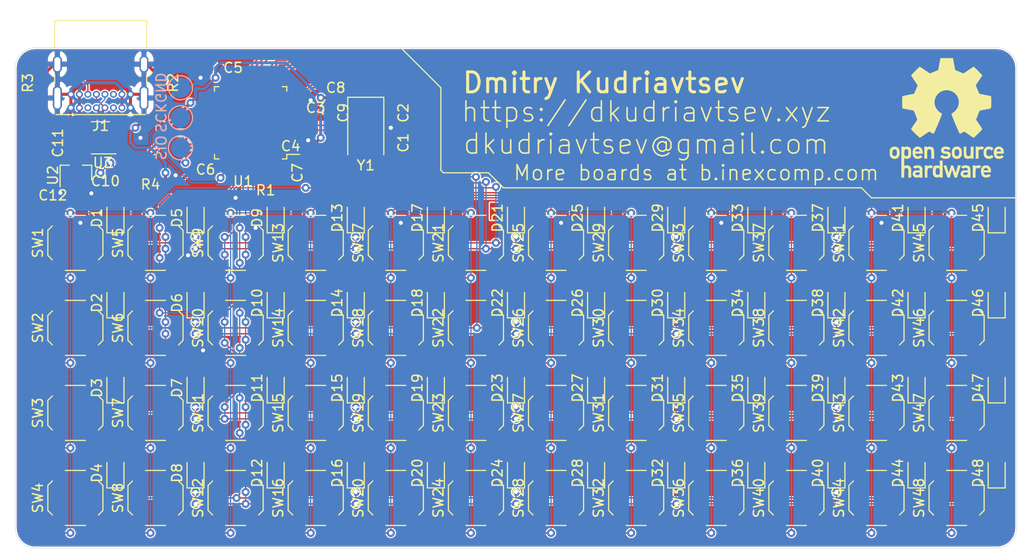
<source format=kicad_pcb>
(kicad_pcb (version 20171130) (host pcbnew 5.1.5)
  (layers (0 F.Cu signal) (31 B.Cu signal) (34 B.Paste user) (35 F.Paste user) (36 B.SilkS user) (37 F.SilkS user) (38 B.Mask user) (39 F.Mask user) (44 Edge.Cuts user))
  (net 0 "")
  (net 1 GND)
  (net 2 PD0)
  (net 3 PD1)
  (net 4 NRST)
  (net 5 VBAT)
  (net 6 +5V)
  (net 7 "Net-(D1-Pad2)")
  (net 8 row0)
  (net 9 "Net-(D2-Pad2)")
  (net 10 row2)
  (net 11 "Net-(D3-Pad2)")
  (net 12 row4)
  (net 13 "Net-(D4-Pad2)")
  (net 14 row6)
  (net 15 "Net-(D5-Pad2)")
  (net 16 row1)
  (net 17 "Net-(D6-Pad2)")
  (net 18 row3)
  (net 19 "Net-(D7-Pad2)")
  (net 20 row5)
  (net 21 "Net-(D8-Pad2)")
  (net 22 row7)
  (net 23 "Net-(D9-Pad2)")
  (net 24 "Net-(D10-Pad2)")
  (net 25 "Net-(D11-Pad2)")
  (net 26 "Net-(D12-Pad2)")
  (net 27 "Net-(D13-Pad2)")
  (net 28 "Net-(D14-Pad2)")
  (net 29 "Net-(D15-Pad2)")
  (net 30 "Net-(D16-Pad2)")
  (net 31 "Net-(D17-Pad2)")
  (net 32 "Net-(D18-Pad2)")
  (net 33 "Net-(D19-Pad2)")
  (net 34 "Net-(D20-Pad2)")
  (net 35 "Net-(D21-Pad2)")
  (net 36 "Net-(D22-Pad2)")
  (net 37 "Net-(D23-Pad2)")
  (net 38 "Net-(D24-Pad2)")
  (net 39 "Net-(D25-Pad2)")
  (net 40 "Net-(D26-Pad2)")
  (net 41 "Net-(D27-Pad2)")
  (net 42 "Net-(D28-Pad2)")
  (net 43 "Net-(D29-Pad2)")
  (net 44 "Net-(D30-Pad2)")
  (net 45 "Net-(D31-Pad2)")
  (net 46 "Net-(D32-Pad2)")
  (net 47 "Net-(D33-Pad2)")
  (net 48 "Net-(D34-Pad2)")
  (net 49 "Net-(D35-Pad2)")
  (net 50 "Net-(D36-Pad2)")
  (net 51 "Net-(D37-Pad2)")
  (net 52 "Net-(D38-Pad2)")
  (net 53 "Net-(D39-Pad2)")
  (net 54 "Net-(D40-Pad2)")
  (net 55 "Net-(D41-Pad2)")
  (net 56 "Net-(D42-Pad2)")
  (net 57 "Net-(D43-Pad2)")
  (net 58 "Net-(D44-Pad2)")
  (net 59 "Net-(D45-Pad2)")
  (net 60 "Net-(D46-Pad2)")
  (net 61 "Net-(D47-Pad2)")
  (net 62 "Net-(D48-Pad2)")
  (net 63 DA+)
  (net 64 "/MCU Support/CC2")
  (net 65 DA-)
  (net 66 "/MCU Support/CC1")
  (net 67 BOOT0)
  (net 68 SWDCLK)
  (net 69 SWDIO)
  (net 70 col1)
  (net 71 col2)
  (net 72 col3)
  (net 73 col4)
  (net 74 col5)
  (net 75 col6)
  (module Symbol:OSHW-Logo_11.4x12mm_SilkScreen (layer F.Cu) (at 143 57)
    (fp_text reference REF** hide)
    (fp_text value OSHW-Logo_11.4x12mm_SilkScreen hide)
  )
  (module Capacitor_SMD:C_0402_1005Metric (layer F.Cu) (at 69 61 180)
    (fp_text reference C6 (at 0 -1.17) (layer F.SilkS))
    (fp_text value 100nf)
    (pad 2 smd roundrect (at 0.485 0 180) (size 0.59 0.64) (layers F.Cu F.Paste F.Mask) (net 5 VBAT))
    (pad 1 smd roundrect (at -0.485 0 180) (size 0.59 0.64) (layers F.Cu F.Paste F.Mask) (net 1 GND))
  )
  (module Capacitor_SMD:C_0402_1005Metric (layer F.Cu) (at 77 62.5 270)
    (fp_text reference C7 (at 0 -1.17 90) (layer F.SilkS))
    (fp_text value 100nf)
    (pad 2 smd roundrect (at 0.485 0 270) (size 0.59 0.64) (layers F.Cu F.Paste F.Mask) (net 5 VBAT))
    (pad 1 smd roundrect (at -0.485 0 270) (size 0.59 0.64) (layers F.Cu F.Paste F.Mask) (net 1 GND))
  )
  (module Capacitor_SMD:C_0402_1005Metric (layer F.Cu) (at 69.985 52)
    (fp_text reference C5 (at 1.765 0) (layer F.SilkS))
    (fp_text value 100nf)
    (pad 2 smd roundrect (at 0.485 0) (size 0.59 0.64) (layers F.Cu F.Paste F.Mask) (net 5 VBAT))
    (pad 1 smd roundrect (at -0.485 0) (size 0.59 0.64) (layers F.Cu F.Paste F.Mask) (net 1 GND))
  )
  (module Resistor_SMD:R_0402_1005Metric (layer F.Cu) (at 63.5 62.5 180)
    (fp_text reference R4 (at 0 -1.17) (layer F.SilkS))
    (fp_text value 1.5K)
    (pad 2 smd roundrect (at 0.485 0 180) (size 0.59 0.64) (layers F.Cu F.Paste F.Mask) (net 63 DA+))
    (pad 1 smd roundrect (at -0.485 0 180) (size 0.59 0.64) (layers F.Cu F.Paste F.Mask) (net 5 VBAT))
  )
  (module Button_Switch_SMD:SW_SPST_TL3342 (layer F.Cu) (at 80 95 90)
    (fp_text reference SW16 (at 0 -3.75 90) (layer F.SilkS))
    (fp_text value SW_Push_45deg)
    (pad 2 smd rect (at 3.15 1.9 90) (size 1.7 1) (layers F.Cu F.Paste F.Mask) (net 30 "Net-(D16-Pad2)"))
    (pad 2 smd rect (at -3.15 1.9 90) (size 1.7 1) (layers F.Cu F.Paste F.Mask) (net 30 "Net-(D16-Pad2)"))
    (pad 1 smd rect (at 3.15 -1.9 90) (size 1.7 1) (layers F.Cu F.Paste F.Mask) (net 71 col2))
    (pad 1 smd rect (at -3.15 -1.9 90) (size 1.7 1) (layers F.Cu F.Paste F.Mask) (net 71 col2))
  )
  (module Crystal:Crystal_SMD_5032-2Pin_5.0x3.2mm (layer F.Cu) (at 85 58 270)
    (fp_text reference Y1 (at 3.75 0 180) (layer F.SilkS))
    (fp_text value 8MHz)
    (pad 2 smd rect (at 1.85 0 270) (size 2 2.4) (layers F.Cu F.Paste F.Mask) (net 2 PD0))
    (pad 1 smd rect (at -1.85 0 270) (size 2 2.4) (layers F.Cu F.Paste F.Mask) (net 3 PD1))
  )
  (module Package_TO_SOT_SMD:SOT-23-6 (layer F.Cu) (at 58.5 59 180)
    (fp_text reference U3 (at -0.25 -2.5) (layer F.SilkS))
    (fp_text value SRV05-4)
    (pad 1 smd rect (at -1.1 -0.95 180) (size 1.06 0.65) (layers F.Cu F.Paste F.Mask))
    (pad 2 smd rect (at -1.1 0 180) (size 1.06 0.65) (layers F.Cu F.Paste F.Mask) (net 1 GND))
    (pad 3 smd rect (at -1.1 0.95 180) (size 1.06 0.65) (layers F.Cu F.Paste F.Mask) (net 63 DA+))
    (pad 4 smd rect (at 1.1 0.95 180) (size 1.06 0.65) (layers F.Cu F.Paste F.Mask) (net 65 DA-))
    (pad 6 smd rect (at 1.1 -0.95 180) (size 1.06 0.65) (layers F.Cu F.Paste F.Mask))
    (pad 5 smd rect (at 1.1 0 180) (size 1.06 0.65) (layers F.Cu F.Paste F.Mask) (net 6 +5V))
  )
  (module Package_TO_SOT_SMD:SOT-23 (layer F.Cu) (at 56.05 62.5 90)
    (fp_text reference U2 (at -0.25 -2.3 90) (layer F.SilkS))
    (fp_text value XC6206PxxxMR)
    (pad 3 smd rect (at 1 0 90) (size 0.9 0.8) (layers F.Cu F.Paste F.Mask) (net 6 +5V))
    (pad 2 smd rect (at -1 0.95 90) (size 0.9 0.8) (layers F.Cu F.Paste F.Mask) (net 5 VBAT))
    (pad 1 smd rect (at -1 -0.95 90) (size 0.9 0.8) (layers F.Cu F.Paste F.Mask) (net 1 GND))
  )
  (module Package_QFP:LQFP-48_7x7mm_P0.5mm (layer F.Cu) (at 73.5 57.5 180)
    (fp_text reference U1 (at 0.75 -5.85) (layer F.SilkS))
    (fp_text value STM32F103C8Tx)
    (pad 1 smd roundrect (at -4.1625 -2.75 180) (size 1.475 0.3) (layers F.Cu F.Paste F.Mask) (net 5 VBAT))
    (pad 2 smd roundrect (at -4.1625 -2.25 180) (size 1.475 0.3) (layers F.Cu F.Paste F.Mask))
    (pad 3 smd roundrect (at -4.1625 -1.75 180) (size 1.475 0.3) (layers F.Cu F.Paste F.Mask))
    (pad 4 smd roundrect (at -4.1625 -1.25 180) (size 1.475 0.3) (layers F.Cu F.Paste F.Mask))
    (pad 5 smd roundrect (at -4.1625 -0.75 180) (size 1.475 0.3) (layers F.Cu F.Paste F.Mask) (net 2 PD0))
    (pad 6 smd roundrect (at -4.1625 -0.25 180) (size 1.475 0.3) (layers F.Cu F.Paste F.Mask) (net 3 PD1))
    (pad 7 smd roundrect (at -4.1625 0.25 180) (size 1.475 0.3) (layers F.Cu F.Paste F.Mask) (net 4 NRST))
    (pad 8 smd roundrect (at -4.1625 0.75 180) (size 1.475 0.3) (layers F.Cu F.Paste F.Mask) (net 1 GND))
    (pad 9 smd roundrect (at -4.1625 1.25 180) (size 1.475 0.3) (layers F.Cu F.Paste F.Mask) (net 5 VBAT))
    (pad 10 smd roundrect (at -4.1625 1.75 180) (size 1.475 0.3) (layers F.Cu F.Paste F.Mask))
    (pad 11 smd roundrect (at -4.1625 2.25 180) (size 1.475 0.3) (layers F.Cu F.Paste F.Mask) (net 70 col1))
    (pad 12 smd roundrect (at -4.1625 2.75 180) (size 1.475 0.3) (layers F.Cu F.Paste F.Mask) (net 71 col2))
    (pad 13 smd roundrect (at -2.75 4.1625 180) (size 0.3 1.475) (layers F.Cu F.Paste F.Mask) (net 72 col3))
    (pad 14 smd roundrect (at -2.25 4.1625 180) (size 0.3 1.475) (layers F.Cu F.Paste F.Mask) (net 73 col4))
    (pad 15 smd roundrect (at -1.75 4.1625 180) (size 0.3 1.475) (layers F.Cu F.Paste F.Mask) (net 74 col5))
    (pad 16 smd roundrect (at -1.25 4.1625 180) (size 0.3 1.475) (layers F.Cu F.Paste F.Mask) (net 75 col6))
    (pad 17 smd roundrect (at -0.75 4.1625 180) (size 0.3 1.475) (layers F.Cu F.Paste F.Mask))
    (pad 18 smd roundrect (at -0.25 4.1625 180) (size 0.3 1.475) (layers F.Cu F.Paste F.Mask) (net 8 row0))
    (pad 19 smd roundrect (at 0.25 4.1625 180) (size 0.3 1.475) (layers F.Cu F.Paste F.Mask) (net 16 row1))
    (pad 20 smd roundrect (at 0.75 4.1625 180) (size 0.3 1.475) (layers F.Cu F.Paste F.Mask) (net 10 row2))
    (pad 21 smd roundrect (at 1.25 4.1625 180) (size 0.3 1.475) (layers F.Cu F.Paste F.Mask))
    (pad 22 smd roundrect (at 1.75 4.1625 180) (size 0.3 1.475) (layers F.Cu F.Paste F.Mask))
    (pad 23 smd roundrect (at 2.25 4.1625 180) (size 0.3 1.475) (layers F.Cu F.Paste F.Mask) (net 1 GND))
    (pad 24 smd roundrect (at 2.75 4.1625 180) (size 0.3 1.475) (layers F.Cu F.Paste F.Mask) (net 5 VBAT))
    (pad 25 smd roundrect (at 4.1625 2.75 180) (size 1.475 0.3) (layers F.Cu F.Paste F.Mask))
    (pad 26 smd roundrect (at 4.1625 2.25 180) (size 1.475 0.3) (layers F.Cu F.Paste F.Mask))
    (pad 27 smd roundrect (at 4.1625 1.75 180) (size 1.475 0.3) (layers F.Cu F.Paste F.Mask))
    (pad 28 smd roundrect (at 4.1625 1.25 180) (size 1.475 0.3) (layers F.Cu F.Paste F.Mask))
    (pad 29 smd roundrect (at 4.1625 0.75 180) (size 1.475 0.3) (layers F.Cu F.Paste F.Mask))
    (pad 30 smd roundrect (at 4.1625 0.25 180) (size 1.475 0.3) (layers F.Cu F.Paste F.Mask))
    (pad 31 smd roundrect (at 4.1625 -0.25 180) (size 1.475 0.3) (layers F.Cu F.Paste F.Mask))
    (pad 32 smd roundrect (at 4.1625 -0.75 180) (size 1.475 0.3) (layers F.Cu F.Paste F.Mask) (net 65 DA-))
    (pad 33 smd roundrect (at 4.1625 -1.25 180) (size 1.475 0.3) (layers F.Cu F.Paste F.Mask) (net 63 DA+))
    (pad 34 smd roundrect (at 4.1625 -1.75 180) (size 1.475 0.3) (layers F.Cu F.Paste F.Mask) (net 69 SWDIO))
    (pad 35 smd roundrect (at 4.1625 -2.25 180) (size 1.475 0.3) (layers F.Cu F.Paste F.Mask) (net 1 GND))
    (pad 36 smd roundrect (at 4.1625 -2.75 180) (size 1.475 0.3) (layers F.Cu F.Paste F.Mask) (net 5 VBAT))
    (pad 37 smd roundrect (at 2.75 -4.1625 180) (size 0.3 1.475) (layers F.Cu F.Paste F.Mask) (net 68 SWDCLK))
    (pad 38 smd roundrect (at 2.25 -4.1625 180) (size 0.3 1.475) (layers F.Cu F.Paste F.Mask))
    (pad 39 smd roundrect (at 1.75 -4.1625 180) (size 0.3 1.475) (layers F.Cu F.Paste F.Mask) (net 18 row3))
    (pad 40 smd roundrect (at 1.25 -4.1625 180) (size 0.3 1.475) (layers F.Cu F.Paste F.Mask) (net 12 row4))
    (pad 41 smd roundrect (at 0.75 -4.1625 180) (size 0.3 1.475) (layers F.Cu F.Paste F.Mask) (net 20 row5))
    (pad 42 smd roundrect (at 0.25 -4.1625 180) (size 0.3 1.475) (layers F.Cu F.Paste F.Mask) (net 14 row6))
    (pad 43 smd roundrect (at -0.25 -4.1625 180) (size 0.3 1.475) (layers F.Cu F.Paste F.Mask) (net 22 row7))
    (pad 44 smd roundrect (at -0.75 -4.1625 180) (size 0.3 1.475) (layers F.Cu F.Paste F.Mask) (net 67 BOOT0))
    (pad 45 smd roundrect (at -1.25 -4.1625 180) (size 0.3 1.475) (layers F.Cu F.Paste F.Mask))
    (pad 46 smd roundrect (at -1.75 -4.1625 180) (size 0.3 1.475) (layers F.Cu F.Paste F.Mask))
    (pad 47 smd roundrect (at -2.25 -4.1625 180) (size 0.3 1.475) (layers F.Cu F.Paste F.Mask) (net 1 GND))
    (pad 48 smd roundrect (at -2.75 -4.1625 180) (size 0.3 1.475) (layers F.Cu F.Paste F.Mask) (net 5 VBAT))
  )
  (module Button_Switch_SMD:SW_SPST_TL3342 (layer F.Cu) (at 144 95 90)
    (fp_text reference SW48 (at 0 -3.75 90) (layer F.SilkS))
    (fp_text value SW_Push_45deg)
    (pad 2 smd rect (at 3.15 1.9 90) (size 1.7 1) (layers F.Cu F.Paste F.Mask) (net 62 "Net-(D48-Pad2)"))
    (pad 2 smd rect (at -3.15 1.9 90) (size 1.7 1) (layers F.Cu F.Paste F.Mask) (net 62 "Net-(D48-Pad2)"))
    (pad 1 smd rect (at 3.15 -1.9 90) (size 1.7 1) (layers F.Cu F.Paste F.Mask) (net 75 col6))
    (pad 1 smd rect (at -3.15 -1.9 90) (size 1.7 1) (layers F.Cu F.Paste F.Mask) (net 75 col6))
  )
  (module Button_Switch_SMD:SW_SPST_TL3342 (layer F.Cu) (at 144 86.5 90)
    (fp_text reference SW47 (at 0 -3.75 90) (layer F.SilkS))
    (fp_text value SW_Push_45deg)
    (pad 2 smd rect (at 3.15 1.9 90) (size 1.7 1) (layers F.Cu F.Paste F.Mask) (net 61 "Net-(D47-Pad2)"))
    (pad 2 smd rect (at -3.15 1.9 90) (size 1.7 1) (layers F.Cu F.Paste F.Mask) (net 61 "Net-(D47-Pad2)"))
    (pad 1 smd rect (at 3.15 -1.9 90) (size 1.7 1) (layers F.Cu F.Paste F.Mask) (net 75 col6))
    (pad 1 smd rect (at -3.15 -1.9 90) (size 1.7 1) (layers F.Cu F.Paste F.Mask) (net 75 col6))
  )
  (module Button_Switch_SMD:SW_SPST_TL3342 (layer F.Cu) (at 144 78 90)
    (fp_text reference SW46 (at 0 -3.75 90) (layer F.SilkS))
    (fp_text value SW_Push_45deg)
    (pad 2 smd rect (at 3.15 1.9 90) (size 1.7 1) (layers F.Cu F.Paste F.Mask) (net 60 "Net-(D46-Pad2)"))
    (pad 2 smd rect (at -3.15 1.9 90) (size 1.7 1) (layers F.Cu F.Paste F.Mask) (net 60 "Net-(D46-Pad2)"))
    (pad 1 smd rect (at 3.15 -1.9 90) (size 1.7 1) (layers F.Cu F.Paste F.Mask) (net 75 col6))
    (pad 1 smd rect (at -3.15 -1.9 90) (size 1.7 1) (layers F.Cu F.Paste F.Mask) (net 75 col6))
  )
  (module Button_Switch_SMD:SW_SPST_TL3342 (layer F.Cu) (at 144 69.5 90)
    (fp_text reference SW45 (at 0 -3.75 90) (layer F.SilkS))
    (fp_text value SW_Push_45deg)
    (pad 2 smd rect (at 3.15 1.9 90) (size 1.7 1) (layers F.Cu F.Paste F.Mask) (net 59 "Net-(D45-Pad2)"))
    (pad 2 smd rect (at -3.15 1.9 90) (size 1.7 1) (layers F.Cu F.Paste F.Mask) (net 59 "Net-(D45-Pad2)"))
    (pad 1 smd rect (at 3.15 -1.9 90) (size 1.7 1) (layers F.Cu F.Paste F.Mask) (net 75 col6))
    (pad 1 smd rect (at -3.15 -1.9 90) (size 1.7 1) (layers F.Cu F.Paste F.Mask) (net 75 col6))
  )
  (module Button_Switch_SMD:SW_SPST_TL3342 (layer F.Cu) (at 136 95 90)
    (fp_text reference SW44 (at 0 -3.75 90) (layer F.SilkS))
    (fp_text value SW_Push_45deg)
    (pad 2 smd rect (at 3.15 1.9 90) (size 1.7 1) (layers F.Cu F.Paste F.Mask) (net 58 "Net-(D44-Pad2)"))
    (pad 2 smd rect (at -3.15 1.9 90) (size 1.7 1) (layers F.Cu F.Paste F.Mask) (net 58 "Net-(D44-Pad2)"))
    (pad 1 smd rect (at 3.15 -1.9 90) (size 1.7 1) (layers F.Cu F.Paste F.Mask) (net 75 col6))
    (pad 1 smd rect (at -3.15 -1.9 90) (size 1.7 1) (layers F.Cu F.Paste F.Mask) (net 75 col6))
  )
  (module Button_Switch_SMD:SW_SPST_TL3342 (layer F.Cu) (at 136 86.5 90)
    (fp_text reference SW43 (at 0 -3.75 90) (layer F.SilkS))
    (fp_text value SW_Push_45deg)
    (pad 2 smd rect (at 3.15 1.9 90) (size 1.7 1) (layers F.Cu F.Paste F.Mask) (net 57 "Net-(D43-Pad2)"))
    (pad 2 smd rect (at -3.15 1.9 90) (size 1.7 1) (layers F.Cu F.Paste F.Mask) (net 57 "Net-(D43-Pad2)"))
    (pad 1 smd rect (at 3.15 -1.9 90) (size 1.7 1) (layers F.Cu F.Paste F.Mask) (net 75 col6))
    (pad 1 smd rect (at -3.15 -1.9 90) (size 1.7 1) (layers F.Cu F.Paste F.Mask) (net 75 col6))
  )
  (module Button_Switch_SMD:SW_SPST_TL3342 (layer F.Cu) (at 136 78 90)
    (fp_text reference SW42 (at 0 -3.75 90) (layer F.SilkS))
    (fp_text value SW_Push_45deg)
    (pad 2 smd rect (at 3.15 1.9 90) (size 1.7 1) (layers F.Cu F.Paste F.Mask) (net 56 "Net-(D42-Pad2)"))
    (pad 2 smd rect (at -3.15 1.9 90) (size 1.7 1) (layers F.Cu F.Paste F.Mask) (net 56 "Net-(D42-Pad2)"))
    (pad 1 smd rect (at 3.15 -1.9 90) (size 1.7 1) (layers F.Cu F.Paste F.Mask) (net 75 col6))
    (pad 1 smd rect (at -3.15 -1.9 90) (size 1.7 1) (layers F.Cu F.Paste F.Mask) (net 75 col6))
  )
  (module Button_Switch_SMD:SW_SPST_TL3342 (layer F.Cu) (at 136 69.5 90)
    (fp_text reference SW41 (at 0 -3.75 90) (layer F.SilkS))
    (fp_text value SW_Push_45deg)
    (pad 2 smd rect (at 3.15 1.9 90) (size 1.7 1) (layers F.Cu F.Paste F.Mask) (net 55 "Net-(D41-Pad2)"))
    (pad 2 smd rect (at -3.15 1.9 90) (size 1.7 1) (layers F.Cu F.Paste F.Mask) (net 55 "Net-(D41-Pad2)"))
    (pad 1 smd rect (at 3.15 -1.9 90) (size 1.7 1) (layers F.Cu F.Paste F.Mask) (net 75 col6))
    (pad 1 smd rect (at -3.15 -1.9 90) (size 1.7 1) (layers F.Cu F.Paste F.Mask) (net 75 col6))
  )
  (module Button_Switch_SMD:SW_SPST_TL3342 (layer F.Cu) (at 128 95 90)
    (fp_text reference SW40 (at 0 -3.75 90) (layer F.SilkS))
    (fp_text value SW_Push_45deg)
    (pad 2 smd rect (at 3.15 1.9 90) (size 1.7 1) (layers F.Cu F.Paste F.Mask) (net 54 "Net-(D40-Pad2)"))
    (pad 2 smd rect (at -3.15 1.9 90) (size 1.7 1) (layers F.Cu F.Paste F.Mask) (net 54 "Net-(D40-Pad2)"))
    (pad 1 smd rect (at 3.15 -1.9 90) (size 1.7 1) (layers F.Cu F.Paste F.Mask) (net 74 col5))
    (pad 1 smd rect (at -3.15 -1.9 90) (size 1.7 1) (layers F.Cu F.Paste F.Mask) (net 74 col5))
  )
  (module Button_Switch_SMD:SW_SPST_TL3342 (layer F.Cu) (at 128 86.5 90)
    (fp_text reference SW39 (at 0 -3.75 90) (layer F.SilkS))
    (fp_text value SW_Push_45deg)
    (pad 2 smd rect (at 3.15 1.9 90) (size 1.7 1) (layers F.Cu F.Paste F.Mask) (net 53 "Net-(D39-Pad2)"))
    (pad 2 smd rect (at -3.15 1.9 90) (size 1.7 1) (layers F.Cu F.Paste F.Mask) (net 53 "Net-(D39-Pad2)"))
    (pad 1 smd rect (at 3.15 -1.9 90) (size 1.7 1) (layers F.Cu F.Paste F.Mask) (net 74 col5))
    (pad 1 smd rect (at -3.15 -1.9 90) (size 1.7 1) (layers F.Cu F.Paste F.Mask) (net 74 col5))
  )
  (module Button_Switch_SMD:SW_SPST_TL3342 (layer F.Cu) (at 128 78 90)
    (fp_text reference SW38 (at 0 -3.75 90) (layer F.SilkS))
    (fp_text value SW_Push_45deg)
    (pad 2 smd rect (at 3.15 1.9 90) (size 1.7 1) (layers F.Cu F.Paste F.Mask) (net 52 "Net-(D38-Pad2)"))
    (pad 2 smd rect (at -3.15 1.9 90) (size 1.7 1) (layers F.Cu F.Paste F.Mask) (net 52 "Net-(D38-Pad2)"))
    (pad 1 smd rect (at 3.15 -1.9 90) (size 1.7 1) (layers F.Cu F.Paste F.Mask) (net 74 col5))
    (pad 1 smd rect (at -3.15 -1.9 90) (size 1.7 1) (layers F.Cu F.Paste F.Mask) (net 74 col5))
  )
  (module Button_Switch_SMD:SW_SPST_TL3342 (layer F.Cu) (at 128 69.5 90)
    (fp_text reference SW37 (at 0 -3.75 90) (layer F.SilkS))
    (fp_text value SW_Push_45deg)
    (pad 2 smd rect (at 3.15 1.9 90) (size 1.7 1) (layers F.Cu F.Paste F.Mask) (net 51 "Net-(D37-Pad2)"))
    (pad 2 smd rect (at -3.15 1.9 90) (size 1.7 1) (layers F.Cu F.Paste F.Mask) (net 51 "Net-(D37-Pad2)"))
    (pad 1 smd rect (at 3.15 -1.9 90) (size 1.7 1) (layers F.Cu F.Paste F.Mask) (net 74 col5))
    (pad 1 smd rect (at -3.15 -1.9 90) (size 1.7 1) (layers F.Cu F.Paste F.Mask) (net 74 col5))
  )
  (module Button_Switch_SMD:SW_SPST_TL3342 (layer F.Cu) (at 120 95 90)
    (fp_text reference SW36 (at 0 -3.75 90) (layer F.SilkS))
    (fp_text value SW_Push_45deg)
    (pad 2 smd rect (at 3.15 1.9 90) (size 1.7 1) (layers F.Cu F.Paste F.Mask) (net 50 "Net-(D36-Pad2)"))
    (pad 2 smd rect (at -3.15 1.9 90) (size 1.7 1) (layers F.Cu F.Paste F.Mask) (net 50 "Net-(D36-Pad2)"))
    (pad 1 smd rect (at 3.15 -1.9 90) (size 1.7 1) (layers F.Cu F.Paste F.Mask) (net 74 col5))
    (pad 1 smd rect (at -3.15 -1.9 90) (size 1.7 1) (layers F.Cu F.Paste F.Mask) (net 74 col5))
  )
  (module Button_Switch_SMD:SW_SPST_TL3342 (layer F.Cu) (at 120 86.5 90)
    (fp_text reference SW35 (at 0 -3.75 90) (layer F.SilkS))
    (fp_text value SW_Push_45deg)
    (pad 2 smd rect (at 3.15 1.9 90) (size 1.7 1) (layers F.Cu F.Paste F.Mask) (net 49 "Net-(D35-Pad2)"))
    (pad 2 smd rect (at -3.15 1.9 90) (size 1.7 1) (layers F.Cu F.Paste F.Mask) (net 49 "Net-(D35-Pad2)"))
    (pad 1 smd rect (at 3.15 -1.9 90) (size 1.7 1) (layers F.Cu F.Paste F.Mask) (net 74 col5))
    (pad 1 smd rect (at -3.15 -1.9 90) (size 1.7 1) (layers F.Cu F.Paste F.Mask) (net 74 col5))
  )
  (module Button_Switch_SMD:SW_SPST_TL3342 (layer F.Cu) (at 120 78 90)
    (fp_text reference SW34 (at 0 -3.75 90) (layer F.SilkS))
    (fp_text value SW_Push_45deg)
    (pad 2 smd rect (at 3.15 1.9 90) (size 1.7 1) (layers F.Cu F.Paste F.Mask) (net 48 "Net-(D34-Pad2)"))
    (pad 2 smd rect (at -3.15 1.9 90) (size 1.7 1) (layers F.Cu F.Paste F.Mask) (net 48 "Net-(D34-Pad2)"))
    (pad 1 smd rect (at 3.15 -1.9 90) (size 1.7 1) (layers F.Cu F.Paste F.Mask) (net 74 col5))
    (pad 1 smd rect (at -3.15 -1.9 90) (size 1.7 1) (layers F.Cu F.Paste F.Mask) (net 74 col5))
  )
  (module Button_Switch_SMD:SW_SPST_TL3342 (layer F.Cu) (at 120 69.5 90)
    (fp_text reference SW33 (at 0 -3.75 90) (layer F.SilkS))
    (fp_text value SW_Push_45deg)
    (pad 2 smd rect (at 3.15 1.9 90) (size 1.7 1) (layers F.Cu F.Paste F.Mask) (net 47 "Net-(D33-Pad2)"))
    (pad 2 smd rect (at -3.15 1.9 90) (size 1.7 1) (layers F.Cu F.Paste F.Mask) (net 47 "Net-(D33-Pad2)"))
    (pad 1 smd rect (at 3.15 -1.9 90) (size 1.7 1) (layers F.Cu F.Paste F.Mask) (net 74 col5))
    (pad 1 smd rect (at -3.15 -1.9 90) (size 1.7 1) (layers F.Cu F.Paste F.Mask) (net 74 col5))
  )
  (module Button_Switch_SMD:SW_SPST_TL3342 (layer F.Cu) (at 112 95 90)
    (fp_text reference SW32 (at 0 -3.75 90) (layer F.SilkS))
    (fp_text value SW_Push_45deg)
    (pad 2 smd rect (at 3.15 1.9 90) (size 1.7 1) (layers F.Cu F.Paste F.Mask) (net 46 "Net-(D32-Pad2)"))
    (pad 2 smd rect (at -3.15 1.9 90) (size 1.7 1) (layers F.Cu F.Paste F.Mask) (net 46 "Net-(D32-Pad2)"))
    (pad 1 smd rect (at 3.15 -1.9 90) (size 1.7 1) (layers F.Cu F.Paste F.Mask) (net 73 col4))
    (pad 1 smd rect (at -3.15 -1.9 90) (size 1.7 1) (layers F.Cu F.Paste F.Mask) (net 73 col4))
  )
  (module Button_Switch_SMD:SW_SPST_TL3342 (layer F.Cu) (at 112 86.5 90)
    (fp_text reference SW31 (at 0 -3.75 90) (layer F.SilkS))
    (fp_text value SW_Push_45deg)
    (pad 2 smd rect (at 3.15 1.9 90) (size 1.7 1) (layers F.Cu F.Paste F.Mask) (net 45 "Net-(D31-Pad2)"))
    (pad 2 smd rect (at -3.15 1.9 90) (size 1.7 1) (layers F.Cu F.Paste F.Mask) (net 45 "Net-(D31-Pad2)"))
    (pad 1 smd rect (at 3.15 -1.9 90) (size 1.7 1) (layers F.Cu F.Paste F.Mask) (net 73 col4))
    (pad 1 smd rect (at -3.15 -1.9 90) (size 1.7 1) (layers F.Cu F.Paste F.Mask) (net 73 col4))
  )
  (module Button_Switch_SMD:SW_SPST_TL3342 (layer F.Cu) (at 112 78 90)
    (fp_text reference SW30 (at 0 -3.75 90) (layer F.SilkS))
    (fp_text value SW_Push_45deg)
    (pad 2 smd rect (at 3.15 1.9 90) (size 1.7 1) (layers F.Cu F.Paste F.Mask) (net 44 "Net-(D30-Pad2)"))
    (pad 2 smd rect (at -3.15 1.9 90) (size 1.7 1) (layers F.Cu F.Paste F.Mask) (net 44 "Net-(D30-Pad2)"))
    (pad 1 smd rect (at 3.15 -1.9 90) (size 1.7 1) (layers F.Cu F.Paste F.Mask) (net 73 col4))
    (pad 1 smd rect (at -3.15 -1.9 90) (size 1.7 1) (layers F.Cu F.Paste F.Mask) (net 73 col4))
  )
  (module Button_Switch_SMD:SW_SPST_TL3342 (layer F.Cu) (at 112 69.5 90)
    (fp_text reference SW29 (at 0 -3.75 90) (layer F.SilkS))
    (fp_text value SW_Push_45deg)
    (pad 2 smd rect (at 3.15 1.9 90) (size 1.7 1) (layers F.Cu F.Paste F.Mask) (net 43 "Net-(D29-Pad2)"))
    (pad 2 smd rect (at -3.15 1.9 90) (size 1.7 1) (layers F.Cu F.Paste F.Mask) (net 43 "Net-(D29-Pad2)"))
    (pad 1 smd rect (at 3.15 -1.9 90) (size 1.7 1) (layers F.Cu F.Paste F.Mask) (net 73 col4))
    (pad 1 smd rect (at -3.15 -1.9 90) (size 1.7 1) (layers F.Cu F.Paste F.Mask) (net 73 col4))
  )
  (module Button_Switch_SMD:SW_SPST_TL3342 (layer F.Cu) (at 104 95 90)
    (fp_text reference SW28 (at 0 -3.75 90) (layer F.SilkS))
    (fp_text value SW_Push_45deg)
    (pad 2 smd rect (at 3.15 1.9 90) (size 1.7 1) (layers F.Cu F.Paste F.Mask) (net 42 "Net-(D28-Pad2)"))
    (pad 2 smd rect (at -3.15 1.9 90) (size 1.7 1) (layers F.Cu F.Paste F.Mask) (net 42 "Net-(D28-Pad2)"))
    (pad 1 smd rect (at 3.15 -1.9 90) (size 1.7 1) (layers F.Cu F.Paste F.Mask) (net 73 col4))
    (pad 1 smd rect (at -3.15 -1.9 90) (size 1.7 1) (layers F.Cu F.Paste F.Mask) (net 73 col4))
  )
  (module Button_Switch_SMD:SW_SPST_TL3342 (layer F.Cu) (at 104 86.5 90)
    (fp_text reference SW27 (at 0 -3.75 90) (layer F.SilkS))
    (fp_text value SW_Push_45deg)
    (pad 2 smd rect (at 3.15 1.9 90) (size 1.7 1) (layers F.Cu F.Paste F.Mask) (net 41 "Net-(D27-Pad2)"))
    (pad 2 smd rect (at -3.15 1.9 90) (size 1.7 1) (layers F.Cu F.Paste F.Mask) (net 41 "Net-(D27-Pad2)"))
    (pad 1 smd rect (at 3.15 -1.9 90) (size 1.7 1) (layers F.Cu F.Paste F.Mask) (net 73 col4))
    (pad 1 smd rect (at -3.15 -1.9 90) (size 1.7 1) (layers F.Cu F.Paste F.Mask) (net 73 col4))
  )
  (module Button_Switch_SMD:SW_SPST_TL3342 (layer F.Cu) (at 104 78 90)
    (fp_text reference SW26 (at 0 -3.75 90) (layer F.SilkS))
    (fp_text value SW_Push_45deg)
    (pad 2 smd rect (at 3.15 1.9 90) (size 1.7 1) (layers F.Cu F.Paste F.Mask) (net 40 "Net-(D26-Pad2)"))
    (pad 2 smd rect (at -3.15 1.9 90) (size 1.7 1) (layers F.Cu F.Paste F.Mask) (net 40 "Net-(D26-Pad2)"))
    (pad 1 smd rect (at 3.15 -1.9 90) (size 1.7 1) (layers F.Cu F.Paste F.Mask) (net 73 col4))
    (pad 1 smd rect (at -3.15 -1.9 90) (size 1.7 1) (layers F.Cu F.Paste F.Mask) (net 73 col4))
  )
  (module Button_Switch_SMD:SW_SPST_TL3342 (layer F.Cu) (at 104 69.5 90)
    (fp_text reference SW25 (at 0 -3.75 90) (layer F.SilkS))
    (fp_text value SW_Push_45deg)
    (pad 2 smd rect (at 3.15 1.9 90) (size 1.7 1) (layers F.Cu F.Paste F.Mask) (net 39 "Net-(D25-Pad2)"))
    (pad 2 smd rect (at -3.15 1.9 90) (size 1.7 1) (layers F.Cu F.Paste F.Mask) (net 39 "Net-(D25-Pad2)"))
    (pad 1 smd rect (at 3.15 -1.9 90) (size 1.7 1) (layers F.Cu F.Paste F.Mask) (net 73 col4))
    (pad 1 smd rect (at -3.15 -1.9 90) (size 1.7 1) (layers F.Cu F.Paste F.Mask) (net 73 col4))
  )
  (module Button_Switch_SMD:SW_SPST_TL3342 (layer F.Cu) (at 96 95 90)
    (fp_text reference SW24 (at 0 -3.75 90) (layer F.SilkS))
    (fp_text value SW_Push_45deg)
    (pad 2 smd rect (at 3.15 1.9 90) (size 1.7 1) (layers F.Cu F.Paste F.Mask) (net 38 "Net-(D24-Pad2)"))
    (pad 2 smd rect (at -3.15 1.9 90) (size 1.7 1) (layers F.Cu F.Paste F.Mask) (net 38 "Net-(D24-Pad2)"))
    (pad 1 smd rect (at 3.15 -1.9 90) (size 1.7 1) (layers F.Cu F.Paste F.Mask) (net 72 col3))
    (pad 1 smd rect (at -3.15 -1.9 90) (size 1.7 1) (layers F.Cu F.Paste F.Mask) (net 72 col3))
  )
  (module Button_Switch_SMD:SW_SPST_TL3342 (layer F.Cu) (at 96 86.5 90)
    (fp_text reference SW23 (at 0 -3.75 90) (layer F.SilkS))
    (fp_text value SW_Push_45deg)
    (pad 2 smd rect (at 3.15 1.9 90) (size 1.7 1) (layers F.Cu F.Paste F.Mask) (net 37 "Net-(D23-Pad2)"))
    (pad 2 smd rect (at -3.15 1.9 90) (size 1.7 1) (layers F.Cu F.Paste F.Mask) (net 37 "Net-(D23-Pad2)"))
    (pad 1 smd rect (at 3.15 -1.9 90) (size 1.7 1) (layers F.Cu F.Paste F.Mask) (net 72 col3))
    (pad 1 smd rect (at -3.15 -1.9 90) (size 1.7 1) (layers F.Cu F.Paste F.Mask) (net 72 col3))
  )
  (module Button_Switch_SMD:SW_SPST_TL3342 (layer F.Cu) (at 96 78 90)
    (fp_text reference SW22 (at 0 -3.75 90) (layer F.SilkS))
    (fp_text value SW_Push_45deg)
    (pad 2 smd rect (at 3.15 1.9 90) (size 1.7 1) (layers F.Cu F.Paste F.Mask) (net 36 "Net-(D22-Pad2)"))
    (pad 2 smd rect (at -3.15 1.9 90) (size 1.7 1) (layers F.Cu F.Paste F.Mask) (net 36 "Net-(D22-Pad2)"))
    (pad 1 smd rect (at 3.15 -1.9 90) (size 1.7 1) (layers F.Cu F.Paste F.Mask) (net 72 col3))
    (pad 1 smd rect (at -3.15 -1.9 90) (size 1.7 1) (layers F.Cu F.Paste F.Mask) (net 72 col3))
  )
  (module Button_Switch_SMD:SW_SPST_TL3342 (layer F.Cu) (at 96 69.5 90)
    (fp_text reference SW21 (at 0 -3.75 90) (layer F.SilkS))
    (fp_text value SW_Push_45deg)
    (pad 2 smd rect (at 3.15 1.9 90) (size 1.7 1) (layers F.Cu F.Paste F.Mask) (net 35 "Net-(D21-Pad2)"))
    (pad 2 smd rect (at -3.15 1.9 90) (size 1.7 1) (layers F.Cu F.Paste F.Mask) (net 35 "Net-(D21-Pad2)"))
    (pad 1 smd rect (at 3.15 -1.9 90) (size 1.7 1) (layers F.Cu F.Paste F.Mask) (net 72 col3))
    (pad 1 smd rect (at -3.15 -1.9 90) (size 1.7 1) (layers F.Cu F.Paste F.Mask) (net 72 col3))
  )
  (module Button_Switch_SMD:SW_SPST_TL3342 (layer F.Cu) (at 88 95 90)
    (fp_text reference SW20 (at 0 -3.75 90) (layer F.SilkS))
    (fp_text value SW_Push_45deg)
    (pad 2 smd rect (at 3.15 1.9 90) (size 1.7 1) (layers F.Cu F.Paste F.Mask) (net 34 "Net-(D20-Pad2)"))
    (pad 2 smd rect (at -3.15 1.9 90) (size 1.7 1) (layers F.Cu F.Paste F.Mask) (net 34 "Net-(D20-Pad2)"))
    (pad 1 smd rect (at 3.15 -1.9 90) (size 1.7 1) (layers F.Cu F.Paste F.Mask) (net 72 col3))
    (pad 1 smd rect (at -3.15 -1.9 90) (size 1.7 1) (layers F.Cu F.Paste F.Mask) (net 72 col3))
  )
  (module Button_Switch_SMD:SW_SPST_TL3342 (layer F.Cu) (at 88 86.5 90)
    (fp_text reference SW19 (at 0 -3.75 90) (layer F.SilkS))
    (fp_text value SW_Push_45deg)
    (pad 2 smd rect (at 3.15 1.9 90) (size 1.7 1) (layers F.Cu F.Paste F.Mask) (net 33 "Net-(D19-Pad2)"))
    (pad 2 smd rect (at -3.15 1.9 90) (size 1.7 1) (layers F.Cu F.Paste F.Mask) (net 33 "Net-(D19-Pad2)"))
    (pad 1 smd rect (at 3.15 -1.9 90) (size 1.7 1) (layers F.Cu F.Paste F.Mask) (net 72 col3))
    (pad 1 smd rect (at -3.15 -1.9 90) (size 1.7 1) (layers F.Cu F.Paste F.Mask) (net 72 col3))
  )
  (module Button_Switch_SMD:SW_SPST_TL3342 (layer F.Cu) (at 88 78 90)
    (fp_text reference SW18 (at 0 -3.75 90) (layer F.SilkS))
    (fp_text value SW_Push_45deg)
    (pad 2 smd rect (at 3.15 1.9 90) (size 1.7 1) (layers F.Cu F.Paste F.Mask) (net 32 "Net-(D18-Pad2)"))
    (pad 2 smd rect (at -3.15 1.9 90) (size 1.7 1) (layers F.Cu F.Paste F.Mask) (net 32 "Net-(D18-Pad2)"))
    (pad 1 smd rect (at 3.15 -1.9 90) (size 1.7 1) (layers F.Cu F.Paste F.Mask) (net 72 col3))
    (pad 1 smd rect (at -3.15 -1.9 90) (size 1.7 1) (layers F.Cu F.Paste F.Mask) (net 72 col3))
  )
  (module Button_Switch_SMD:SW_SPST_TL3342 (layer F.Cu) (at 88 69.5 90)
    (fp_text reference SW17 (at 0 -3.75 90) (layer F.SilkS))
    (fp_text value SW_Push_45deg)
    (pad 2 smd rect (at 3.15 1.9 90) (size 1.7 1) (layers F.Cu F.Paste F.Mask) (net 31 "Net-(D17-Pad2)"))
    (pad 2 smd rect (at -3.15 1.9 90) (size 1.7 1) (layers F.Cu F.Paste F.Mask) (net 31 "Net-(D17-Pad2)"))
    (pad 1 smd rect (at 3.15 -1.9 90) (size 1.7 1) (layers F.Cu F.Paste F.Mask) (net 72 col3))
    (pad 1 smd rect (at -3.15 -1.9 90) (size 1.7 1) (layers F.Cu F.Paste F.Mask) (net 72 col3))
  )
  (module Button_Switch_SMD:SW_SPST_TL3342 (layer F.Cu) (at 80 86.5 90)
    (fp_text reference SW15 (at 0 -3.75 90) (layer F.SilkS))
    (fp_text value SW_Push_45deg)
    (pad 2 smd rect (at 3.15 1.9 90) (size 1.7 1) (layers F.Cu F.Paste F.Mask) (net 29 "Net-(D15-Pad2)"))
    (pad 2 smd rect (at -3.15 1.9 90) (size 1.7 1) (layers F.Cu F.Paste F.Mask) (net 29 "Net-(D15-Pad2)"))
    (pad 1 smd rect (at 3.15 -1.9 90) (size 1.7 1) (layers F.Cu F.Paste F.Mask) (net 71 col2))
    (pad 1 smd rect (at -3.15 -1.9 90) (size 1.7 1) (layers F.Cu F.Paste F.Mask) (net 71 col2))
  )
  (module Button_Switch_SMD:SW_SPST_TL3342 (layer F.Cu) (at 80 78 90)
    (fp_text reference SW14 (at 0 -3.75 90) (layer F.SilkS))
    (fp_text value SW_Push_45deg)
    (pad 2 smd rect (at 3.15 1.9 90) (size 1.7 1) (layers F.Cu F.Paste F.Mask) (net 28 "Net-(D14-Pad2)"))
    (pad 2 smd rect (at -3.15 1.9 90) (size 1.7 1) (layers F.Cu F.Paste F.Mask) (net 28 "Net-(D14-Pad2)"))
    (pad 1 smd rect (at 3.15 -1.9 90) (size 1.7 1) (layers F.Cu F.Paste F.Mask) (net 71 col2))
    (pad 1 smd rect (at -3.15 -1.9 90) (size 1.7 1) (layers F.Cu F.Paste F.Mask) (net 71 col2))
  )
  (module Button_Switch_SMD:SW_SPST_TL3342 (layer F.Cu) (at 80 69.5 90)
    (fp_text reference SW13 (at 0 -3.75 90) (layer F.SilkS))
    (fp_text value SW_Push_45deg)
    (pad 2 smd rect (at 3.15 1.9 90) (size 1.7 1) (layers F.Cu F.Paste F.Mask) (net 27 "Net-(D13-Pad2)"))
    (pad 2 smd rect (at -3.15 1.9 90) (size 1.7 1) (layers F.Cu F.Paste F.Mask) (net 27 "Net-(D13-Pad2)"))
    (pad 1 smd rect (at 3.15 -1.9 90) (size 1.7 1) (layers F.Cu F.Paste F.Mask) (net 71 col2))
    (pad 1 smd rect (at -3.15 -1.9 90) (size 1.7 1) (layers F.Cu F.Paste F.Mask) (net 71 col2))
  )
  (module Button_Switch_SMD:SW_SPST_TL3342 (layer F.Cu) (at 72 95 90)
    (fp_text reference SW12 (at 0 -3.75 90) (layer F.SilkS))
    (fp_text value SW_Push_45deg)
    (pad 1 smd rect (at -3.15 -1.9 90) (size 1.7 1) (layers F.Cu F.Paste F.Mask) (net 71 col2))
    (pad 1 smd rect (at 3.15 -1.9 90) (size 1.7 1) (layers F.Cu F.Paste F.Mask) (net 71 col2))
    (pad 2 smd rect (at -3.15 1.9 90) (size 1.7 1) (layers F.Cu F.Paste F.Mask) (net 26 "Net-(D12-Pad2)"))
    (pad 2 smd rect (at 3.15 1.9 90) (size 1.7 1) (layers F.Cu F.Paste F.Mask) (net 26 "Net-(D12-Pad2)"))
  )
  (module Button_Switch_SMD:SW_SPST_TL3342 (layer F.Cu) (at 72 86.5 90)
    (fp_text reference SW11 (at 0 -3.75 90) (layer F.SilkS))
    (fp_text value SW_Push_45deg)
    (pad 2 smd rect (at 3.15 1.9 90) (size 1.7 1) (layers F.Cu F.Paste F.Mask) (net 25 "Net-(D11-Pad2)"))
    (pad 2 smd rect (at -3.15 1.9 90) (size 1.7 1) (layers F.Cu F.Paste F.Mask) (net 25 "Net-(D11-Pad2)"))
    (pad 1 smd rect (at 3.15 -1.9 90) (size 1.7 1) (layers F.Cu F.Paste F.Mask) (net 71 col2))
    (pad 1 smd rect (at -3.15 -1.9 90) (size 1.7 1) (layers F.Cu F.Paste F.Mask) (net 71 col2))
  )
  (module Button_Switch_SMD:SW_SPST_TL3342 (layer F.Cu) (at 72 78 90)
    (fp_text reference SW10 (at 0 -3.75 90) (layer F.SilkS))
    (fp_text value SW_Push_45deg)
    (pad 2 smd rect (at 3.15 1.9 90) (size 1.7 1) (layers F.Cu F.Paste F.Mask) (net 24 "Net-(D10-Pad2)"))
    (pad 2 smd rect (at -3.15 1.9 90) (size 1.7 1) (layers F.Cu F.Paste F.Mask) (net 24 "Net-(D10-Pad2)"))
    (pad 1 smd rect (at 3.15 -1.9 90) (size 1.7 1) (layers F.Cu F.Paste F.Mask) (net 71 col2))
    (pad 1 smd rect (at -3.15 -1.9 90) (size 1.7 1) (layers F.Cu F.Paste F.Mask) (net 71 col2))
  )
  (module Button_Switch_SMD:SW_SPST_TL3342 (layer F.Cu) (at 72 69.5 90)
    (fp_text reference SW9 (at 0 -3.75 90) (layer F.SilkS))
    (fp_text value SW_Push_45deg)
    (pad 2 smd rect (at 3.15 1.9 90) (size 1.7 1) (layers F.Cu F.Paste F.Mask) (net 23 "Net-(D9-Pad2)"))
    (pad 2 smd rect (at -3.15 1.9 90) (size 1.7 1) (layers F.Cu F.Paste F.Mask) (net 23 "Net-(D9-Pad2)"))
    (pad 1 smd rect (at 3.15 -1.9 90) (size 1.7 1) (layers F.Cu F.Paste F.Mask) (net 71 col2))
    (pad 1 smd rect (at -3.15 -1.9 90) (size 1.7 1) (layers F.Cu F.Paste F.Mask) (net 71 col2))
  )
  (module Button_Switch_SMD:SW_SPST_TL3342 (layer F.Cu) (at 64 95 90)
    (fp_text reference SW8 (at 0 -3.75 90) (layer F.SilkS))
    (fp_text value SW_Push_45deg)
    (pad 2 smd rect (at 3.15 1.9 90) (size 1.7 1) (layers F.Cu F.Paste F.Mask) (net 21 "Net-(D8-Pad2)"))
    (pad 2 smd rect (at -3.15 1.9 90) (size 1.7 1) (layers F.Cu F.Paste F.Mask) (net 21 "Net-(D8-Pad2)"))
    (pad 1 smd rect (at 3.15 -1.9 90) (size 1.7 1) (layers F.Cu F.Paste F.Mask) (net 70 col1))
    (pad 1 smd rect (at -3.15 -1.9 90) (size 1.7 1) (layers F.Cu F.Paste F.Mask) (net 70 col1))
  )
  (module Button_Switch_SMD:SW_SPST_TL3342 (layer F.Cu) (at 64 86.5 90)
    (fp_text reference SW7 (at 0 -3.75 90) (layer F.SilkS))
    (fp_text value SW_Push_45deg)
    (pad 2 smd rect (at 3.15 1.9 90) (size 1.7 1) (layers F.Cu F.Paste F.Mask) (net 19 "Net-(D7-Pad2)"))
    (pad 2 smd rect (at -3.15 1.9 90) (size 1.7 1) (layers F.Cu F.Paste F.Mask) (net 19 "Net-(D7-Pad2)"))
    (pad 1 smd rect (at 3.15 -1.9 90) (size 1.7 1) (layers F.Cu F.Paste F.Mask) (net 70 col1))
    (pad 1 smd rect (at -3.15 -1.9 90) (size 1.7 1) (layers F.Cu F.Paste F.Mask) (net 70 col1))
  )
  (module Button_Switch_SMD:SW_SPST_TL3342 (layer F.Cu) (at 64 78 90)
    (fp_text reference SW6 (at 0 -3.75 90) (layer F.SilkS))
    (fp_text value SW_Push_45deg)
    (pad 2 smd rect (at 3.15 1.9 90) (size 1.7 1) (layers F.Cu F.Paste F.Mask) (net 17 "Net-(D6-Pad2)"))
    (pad 2 smd rect (at -3.15 1.9 90) (size 1.7 1) (layers F.Cu F.Paste F.Mask) (net 17 "Net-(D6-Pad2)"))
    (pad 1 smd rect (at 3.15 -1.9 90) (size 1.7 1) (layers F.Cu F.Paste F.Mask) (net 70 col1))
    (pad 1 smd rect (at -3.15 -1.9 90) (size 1.7 1) (layers F.Cu F.Paste F.Mask) (net 70 col1))
  )
  (module Button_Switch_SMD:SW_SPST_TL3342 (layer F.Cu) (at 64 69.5 90)
    (fp_text reference SW5 (at 0 -3.75 90) (layer F.SilkS))
    (fp_text value SW_Push_45deg)
    (pad 2 smd rect (at 3.15 1.9 90) (size 1.7 1) (layers F.Cu F.Paste F.Mask) (net 15 "Net-(D5-Pad2)"))
    (pad 2 smd rect (at -3.15 1.9 90) (size 1.7 1) (layers F.Cu F.Paste F.Mask) (net 15 "Net-(D5-Pad2)"))
    (pad 1 smd rect (at 3.15 -1.9 90) (size 1.7 1) (layers F.Cu F.Paste F.Mask) (net 70 col1))
    (pad 1 smd rect (at -3.15 -1.9 90) (size 1.7 1) (layers F.Cu F.Paste F.Mask) (net 70 col1))
  )
  (module Button_Switch_SMD:SW_SPST_TL3342 (layer F.Cu) (at 56 95 90)
    (fp_text reference SW4 (at 0 -3.75 90) (layer F.SilkS))
    (fp_text value SW_Push_45deg)
    (pad 2 smd rect (at 3.15 1.9 90) (size 1.7 1) (layers F.Cu F.Paste F.Mask) (net 13 "Net-(D4-Pad2)"))
    (pad 2 smd rect (at -3.15 1.9 90) (size 1.7 1) (layers F.Cu F.Paste F.Mask) (net 13 "Net-(D4-Pad2)"))
    (pad 1 smd rect (at 3.15 -1.9 90) (size 1.7 1) (layers F.Cu F.Paste F.Mask) (net 70 col1))
    (pad 1 smd rect (at -3.15 -1.9 90) (size 1.7 1) (layers F.Cu F.Paste F.Mask) (net 70 col1))
  )
  (module Button_Switch_SMD:SW_SPST_TL3342 (layer F.Cu) (at 56 86.5 90)
    (fp_text reference SW3 (at 0 -3.75 90) (layer F.SilkS))
    (fp_text value SW_Push_45deg)
    (pad 2 smd rect (at 3.15 1.9 90) (size 1.7 1) (layers F.Cu F.Paste F.Mask) (net 11 "Net-(D3-Pad2)"))
    (pad 2 smd rect (at -3.15 1.9 90) (size 1.7 1) (layers F.Cu F.Paste F.Mask) (net 11 "Net-(D3-Pad2)"))
    (pad 1 smd rect (at 3.15 -1.9 90) (size 1.7 1) (layers F.Cu F.Paste F.Mask) (net 70 col1))
    (pad 1 smd rect (at -3.15 -1.9 90) (size 1.7 1) (layers F.Cu F.Paste F.Mask) (net 70 col1))
  )
  (module Button_Switch_SMD:SW_SPST_TL3342 (layer F.Cu) (at 56 78 90)
    (fp_text reference SW2 (at 0 -3.75 90) (layer F.SilkS))
    (fp_text value SW_Push_45deg)
    (pad 2 smd rect (at 3.15 1.9 90) (size 1.7 1) (layers F.Cu F.Paste F.Mask) (net 9 "Net-(D2-Pad2)"))
    (pad 2 smd rect (at -3.15 1.9 90) (size 1.7 1) (layers F.Cu F.Paste F.Mask) (net 9 "Net-(D2-Pad2)"))
    (pad 1 smd rect (at 3.15 -1.9 90) (size 1.7 1) (layers F.Cu F.Paste F.Mask) (net 70 col1))
    (pad 1 smd rect (at -3.15 -1.9 90) (size 1.7 1) (layers F.Cu F.Paste F.Mask) (net 70 col1))
  )
  (module Button_Switch_SMD:SW_SPST_TL3342 (layer F.Cu) (at 56 69.5 90)
    (fp_text reference SW1 (at 0 -3.75 90) (layer F.SilkS))
    (fp_text value SW_Push_45deg)
    (pad 2 smd rect (at 3.15 1.9 90) (size 1.7 1) (layers F.Cu F.Paste F.Mask) (net 7 "Net-(D1-Pad2)"))
    (pad 2 smd rect (at -3.15 1.9 90) (size 1.7 1) (layers F.Cu F.Paste F.Mask) (net 7 "Net-(D1-Pad2)"))
    (pad 1 smd rect (at 3.15 -1.9 90) (size 1.7 1) (layers F.Cu F.Paste F.Mask) (net 70 col1))
    (pad 1 smd rect (at -3.15 -1.9 90) (size 1.7 1) (layers F.Cu F.Paste F.Mask) (net 70 col1))
  )
  (module TestPoint:TestPoint_Pad_D2.0mm (layer B.Cu) (at 66.5 60)
    (fp_text reference SIO1 hide)
    (fp_text value TestPoint)
    (pad 1 smd circle (at 0 0) (size 2 2) (layers B.Cu B.Mask) (net 69 SWDIO))
  )
  (module TestPoint:TestPoint_Pad_D2.0mm (layer B.Cu) (at 66.5 57)
    (fp_text reference SCK1 hide)
    (fp_text value TestPoint)
    (pad 1 smd circle (at 0 0) (size 2 2) (layers B.Cu B.Mask) (net 68 SWDCLK))
  )
  (module Resistor_SMD:R_0402_1005Metric (layer F.Cu) (at 52.5 53.515 270)
    (fp_text reference R3 (at 0 1.25 90) (layer F.SilkS))
    (fp_text value 5.1K)
    (pad 2 smd roundrect (at 0.485 0 270) (size 0.59 0.64) (layers F.Cu F.Paste F.Mask) (net 64 "/MCU Support/CC2"))
    (pad 1 smd roundrect (at -0.485 0 270) (size 0.59 0.64) (layers F.Cu F.Paste F.Mask) (net 1 GND))
  )
  (module Resistor_SMD:R_0402_1005Metric (layer F.Cu) (at 64.5 53.5 90)
    (fp_text reference R2 (at 0 1.25 90) (layer F.SilkS))
    (fp_text value 5.1K)
    (pad 2 smd roundrect (at 0.485 0 90) (size 0.59 0.64) (layers F.Cu F.Paste F.Mask) (net 1 GND))
    (pad 1 smd roundrect (at -0.485 0 90) (size 0.59 0.64) (layers F.Cu F.Paste F.Mask) (net 66 "/MCU Support/CC1"))
  )
  (module Resistor_SMD:R_0402_1005Metric (layer F.Cu) (at 75 63)
    (fp_text reference R1 (at 0 1.25) (layer F.SilkS))
    (fp_text value 10k)
    (pad 2 smd roundrect (at 0.485 0) (size 0.59 0.64) (layers F.Cu F.Paste F.Mask) (net 1 GND))
    (pad 1 smd roundrect (at -0.485 0) (size 0.59 0.64) (layers F.Cu F.Paste F.Mask) (net 67 BOOT0))
  )
  (module Connector_USB:USB_C_Receptacle_GCT_USB4085 (layer F.Cu) (at 61.5 56 180)
    (fp_text reference J1 (at 2.975 -1.8) (layer F.SilkS))
    (fp_text value USB_C_Receptacle_USB2.0)
    (pad A1 thru_hole circle (at 0 0 180) (size 0.7 0.7) (drill 0.4) (layers *.Cu *.Mask) (net 1 GND))
    (pad A4 thru_hole circle (at 0.85 0 180) (size 0.7 0.7) (drill 0.4) (layers *.Cu *.Mask) (net 6 +5V))
    (pad A5 thru_hole circle (at 1.7 0 180) (size 0.7 0.7) (drill 0.4) (layers *.Cu *.Mask) (net 66 "/MCU Support/CC1"))
    (pad A6 thru_hole circle (at 2.55 0 180) (size 0.7 0.7) (drill 0.4) (layers *.Cu *.Mask) (net 63 DA+))
    (pad A7 thru_hole circle (at 3.4 0 180) (size 0.7 0.7) (drill 0.4) (layers *.Cu *.Mask) (net 65 DA-))
    (pad A8 thru_hole circle (at 4.25 0 180) (size 0.7 0.7) (drill 0.4) (layers *.Cu *.Mask))
    (pad A9 thru_hole circle (at 5.1 0 180) (size 0.7 0.7) (drill 0.4) (layers *.Cu *.Mask) (net 6 +5V))
    (pad A12 thru_hole circle (at 5.95 0 180) (size 0.7 0.7) (drill 0.4) (layers *.Cu *.Mask) (net 1 GND))
    (pad B9 thru_hole circle (at 0.85 1.35 180) (size 0.7 0.7) (drill 0.4) (layers *.Cu *.Mask) (net 6 +5V))
    (pad B7 thru_hole circle (at 2.55 1.35 180) (size 0.7 0.7) (drill 0.4) (layers *.Cu *.Mask) (net 65 DA-))
    (pad B8 thru_hole circle (at 1.7 1.35 180) (size 0.7 0.7) (drill 0.4) (layers *.Cu *.Mask))
    (pad B12 thru_hole circle (at 0 1.35 180) (size 0.7 0.7) (drill 0.4) (layers *.Cu *.Mask) (net 1 GND))
    (pad B5 thru_hole circle (at 4.25 1.35 180) (size 0.7 0.7) (drill 0.4) (layers *.Cu *.Mask) (net 64 "/MCU Support/CC2"))
    (pad B4 thru_hole circle (at 5.1 1.35 180) (size 0.7 0.7) (drill 0.4) (layers *.Cu *.Mask) (net 6 +5V))
    (pad B1 thru_hole circle (at 5.95 1.35 180) (size 0.7 0.7) (drill 0.4) (layers *.Cu *.Mask) (net 1 GND))
    (pad B6 thru_hole circle (at 3.4 1.35 180) (size 0.7 0.7) (drill 0.4) (layers *.Cu *.Mask) (net 63 DA+))
    (pad S1 thru_hole oval (at -1.35 0.98 180) (size 0.9 2.4) (drill oval 0.6 2.1) (layers *.Cu *.Mask) (net 1 GND))
    (pad S1 thru_hole oval (at 7.3 0.98 180) (size 0.9 2.4) (drill oval 0.6 2.1) (layers *.Cu *.Mask) (net 1 GND))
    (pad S1 thru_hole oval (at -1.35 4.36 180) (size 0.9 1.7) (drill oval 0.6 1.4) (layers *.Cu *.Mask) (net 1 GND))
    (pad S1 thru_hole oval (at 7.3 4.36 180) (size 0.9 1.7) (drill oval 0.6 1.4) (layers *.Cu *.Mask) (net 1 GND))
  )
  (module TestPoint:TestPoint_Pad_D2.0mm (layer B.Cu) (at 66.5 54)
    (fp_text reference GND1 hide)
    (fp_text value TestPoint)
    (pad 1 smd circle (at 0 0) (size 2 2) (layers B.Cu B.Mask) (net 1 GND))
  )
  (module Diode_SMD:D_SOD-323F (layer F.Cu) (at 148 92.5 90)
    (fp_text reference D48 (at 0 -1.85 90) (layer F.SilkS))
    (fp_text value D_Small)
    (pad 2 smd rect (at 1.1 0 90) (size 0.5 0.5) (layers F.Cu F.Paste F.Mask) (net 62 "Net-(D48-Pad2)"))
    (pad 1 smd rect (at -1.1 0 90) (size 0.5 0.5) (layers F.Cu F.Paste F.Mask) (net 22 row7))
  )
  (module Diode_SMD:D_SOD-323F (layer F.Cu) (at 148 84 90)
    (fp_text reference D47 (at 0 -1.85 90) (layer F.SilkS))
    (fp_text value D_Small)
    (pad 2 smd rect (at 1.1 0 90) (size 0.5 0.5) (layers F.Cu F.Paste F.Mask) (net 61 "Net-(D47-Pad2)"))
    (pad 1 smd rect (at -1.1 0 90) (size 0.5 0.5) (layers F.Cu F.Paste F.Mask) (net 20 row5))
  )
  (module Diode_SMD:D_SOD-323F (layer F.Cu) (at 148 75.5 90)
    (fp_text reference D46 (at 0 -1.85 90) (layer F.SilkS))
    (fp_text value D_Small)
    (pad 2 smd rect (at 1.1 0 90) (size 0.5 0.5) (layers F.Cu F.Paste F.Mask) (net 60 "Net-(D46-Pad2)"))
    (pad 1 smd rect (at -1.1 0 90) (size 0.5 0.5) (layers F.Cu F.Paste F.Mask) (net 18 row3))
  )
  (module Diode_SMD:D_SOD-323F (layer F.Cu) (at 148 67 90)
    (fp_text reference D45 (at 0 -1.85 90) (layer F.SilkS))
    (fp_text value D_Small)
    (pad 2 smd rect (at 1.1 0 90) (size 0.5 0.5) (layers F.Cu F.Paste F.Mask) (net 59 "Net-(D45-Pad2)"))
    (pad 1 smd rect (at -1.1 0 90) (size 0.5 0.5) (layers F.Cu F.Paste F.Mask) (net 16 row1))
  )
  (module Diode_SMD:D_SOD-323F (layer F.Cu) (at 140 92.5 90)
    (fp_text reference D44 (at 0 -1.85 90) (layer F.SilkS))
    (fp_text value D_Small)
    (pad 2 smd rect (at 1.1 0 90) (size 0.5 0.5) (layers F.Cu F.Paste F.Mask) (net 58 "Net-(D44-Pad2)"))
    (pad 1 smd rect (at -1.1 0 90) (size 0.5 0.5) (layers F.Cu F.Paste F.Mask) (net 14 row6))
  )
  (module Diode_SMD:D_SOD-323F (layer F.Cu) (at 140 84 90)
    (fp_text reference D43 (at 0 -1.85 90) (layer F.SilkS))
    (fp_text value D_Small)
    (pad 2 smd rect (at 1.1 0 90) (size 0.5 0.5) (layers F.Cu F.Paste F.Mask) (net 57 "Net-(D43-Pad2)"))
    (pad 1 smd rect (at -1.1 0 90) (size 0.5 0.5) (layers F.Cu F.Paste F.Mask) (net 12 row4))
  )
  (module Diode_SMD:D_SOD-323F (layer F.Cu) (at 140 75.5 90)
    (fp_text reference D42 (at 0 -1.85 90) (layer F.SilkS))
    (fp_text value D_Small)
    (pad 2 smd rect (at 1.1 0 90) (size 0.5 0.5) (layers F.Cu F.Paste F.Mask) (net 56 "Net-(D42-Pad2)"))
    (pad 1 smd rect (at -1.1 0 90) (size 0.5 0.5) (layers F.Cu F.Paste F.Mask) (net 10 row2))
  )
  (module Diode_SMD:D_SOD-323F (layer F.Cu) (at 140 67 90)
    (fp_text reference D41 (at 0 -1.85 90) (layer F.SilkS))
    (fp_text value D_Small)
    (pad 2 smd rect (at 1.1 0 90) (size 0.5 0.5) (layers F.Cu F.Paste F.Mask) (net 55 "Net-(D41-Pad2)"))
    (pad 1 smd rect (at -1.1 0 90) (size 0.5 0.5) (layers F.Cu F.Paste F.Mask) (net 8 row0))
  )
  (module Diode_SMD:D_SOD-323F (layer F.Cu) (at 132 92.5 90)
    (fp_text reference D40 (at 0 -1.85 90) (layer F.SilkS))
    (fp_text value D_Small)
    (pad 2 smd rect (at 1.1 0 90) (size 0.5 0.5) (layers F.Cu F.Paste F.Mask) (net 54 "Net-(D40-Pad2)"))
    (pad 1 smd rect (at -1.1 0 90) (size 0.5 0.5) (layers F.Cu F.Paste F.Mask) (net 22 row7))
  )
  (module Diode_SMD:D_SOD-323F (layer F.Cu) (at 132 84 90)
    (fp_text reference D39 (at 0 -1.85 90) (layer F.SilkS))
    (fp_text value D_Small)
    (pad 2 smd rect (at 1.1 0 90) (size 0.5 0.5) (layers F.Cu F.Paste F.Mask) (net 53 "Net-(D39-Pad2)"))
    (pad 1 smd rect (at -1.1 0 90) (size 0.5 0.5) (layers F.Cu F.Paste F.Mask) (net 20 row5))
  )
  (module Diode_SMD:D_SOD-323F (layer F.Cu) (at 132 75.5 90)
    (fp_text reference D38 (at 0 -1.85 90) (layer F.SilkS))
    (fp_text value D_Small)
    (pad 2 smd rect (at 1.1 0 90) (size 0.5 0.5) (layers F.Cu F.Paste F.Mask) (net 52 "Net-(D38-Pad2)"))
    (pad 1 smd rect (at -1.1 0 90) (size 0.5 0.5) (layers F.Cu F.Paste F.Mask) (net 18 row3))
  )
  (module Diode_SMD:D_SOD-323F (layer F.Cu) (at 132 67 90)
    (fp_text reference D37 (at 0 -1.85 90) (layer F.SilkS))
    (fp_text value D_Small)
    (pad 2 smd rect (at 1.1 0 90) (size 0.5 0.5) (layers F.Cu F.Paste F.Mask) (net 51 "Net-(D37-Pad2)"))
    (pad 1 smd rect (at -1.1 0 90) (size 0.5 0.5) (layers F.Cu F.Paste F.Mask) (net 16 row1))
  )
  (module Diode_SMD:D_SOD-323F (layer F.Cu) (at 124 92.5 90)
    (fp_text reference D36 (at 0 -1.85 90) (layer F.SilkS))
    (fp_text value D_Small)
    (pad 2 smd rect (at 1.1 0 90) (size 0.5 0.5) (layers F.Cu F.Paste F.Mask) (net 50 "Net-(D36-Pad2)"))
    (pad 1 smd rect (at -1.1 0 90) (size 0.5 0.5) (layers F.Cu F.Paste F.Mask) (net 14 row6))
  )
  (module Diode_SMD:D_SOD-323F (layer F.Cu) (at 124 84 90)
    (fp_text reference D35 (at 0 -1.85 90) (layer F.SilkS))
    (fp_text value D_Small)
    (pad 2 smd rect (at 1.1 0 90) (size 0.5 0.5) (layers F.Cu F.Paste F.Mask) (net 49 "Net-(D35-Pad2)"))
    (pad 1 smd rect (at -1.1 0 90) (size 0.5 0.5) (layers F.Cu F.Paste F.Mask) (net 12 row4))
  )
  (module Diode_SMD:D_SOD-323F (layer F.Cu) (at 124 75.5 90)
    (fp_text reference D34 (at 0 -1.85 90) (layer F.SilkS))
    (fp_text value D_Small)
    (pad 2 smd rect (at 1.1 0 90) (size 0.5 0.5) (layers F.Cu F.Paste F.Mask) (net 48 "Net-(D34-Pad2)"))
    (pad 1 smd rect (at -1.1 0 90) (size 0.5 0.5) (layers F.Cu F.Paste F.Mask) (net 10 row2))
  )
  (module Diode_SMD:D_SOD-323F (layer F.Cu) (at 124 67 90)
    (fp_text reference D33 (at 0 -1.85 90) (layer F.SilkS))
    (fp_text value D_Small)
    (pad 2 smd rect (at 1.1 0 90) (size 0.5 0.5) (layers F.Cu F.Paste F.Mask) (net 47 "Net-(D33-Pad2)"))
    (pad 1 smd rect (at -1.1 0 90) (size 0.5 0.5) (layers F.Cu F.Paste F.Mask) (net 8 row0))
  )
  (module Diode_SMD:D_SOD-323F (layer F.Cu) (at 116 92.5 90)
    (fp_text reference D32 (at 0 -1.85 90) (layer F.SilkS))
    (fp_text value D_Small)
    (pad 2 smd rect (at 1.1 0 90) (size 0.5 0.5) (layers F.Cu F.Paste F.Mask) (net 46 "Net-(D32-Pad2)"))
    (pad 1 smd rect (at -1.1 0 90) (size 0.5 0.5) (layers F.Cu F.Paste F.Mask) (net 22 row7))
  )
  (module Diode_SMD:D_SOD-323F (layer F.Cu) (at 116 84 90)
    (fp_text reference D31 (at 0 -1.85 90) (layer F.SilkS))
    (fp_text value D_Small)
    (pad 2 smd rect (at 1.1 0 90) (size 0.5 0.5) (layers F.Cu F.Paste F.Mask) (net 45 "Net-(D31-Pad2)"))
    (pad 1 smd rect (at -1.1 0 90) (size 0.5 0.5) (layers F.Cu F.Paste F.Mask) (net 20 row5))
  )
  (module Diode_SMD:D_SOD-323F (layer F.Cu) (at 116 75.5 90)
    (fp_text reference D30 (at 0 -1.85 90) (layer F.SilkS))
    (fp_text value D_Small)
    (pad 2 smd rect (at 1.1 0 90) (size 0.5 0.5) (layers F.Cu F.Paste F.Mask) (net 44 "Net-(D30-Pad2)"))
    (pad 1 smd rect (at -1.1 0 90) (size 0.5 0.5) (layers F.Cu F.Paste F.Mask) (net 18 row3))
  )
  (module Diode_SMD:D_SOD-323F (layer F.Cu) (at 116 67 90)
    (fp_text reference D29 (at 0 -1.85 90) (layer F.SilkS))
    (fp_text value D_Small)
    (pad 2 smd rect (at 1.1 0 90) (size 0.5 0.5) (layers F.Cu F.Paste F.Mask) (net 43 "Net-(D29-Pad2)"))
    (pad 1 smd rect (at -1.1 0 90) (size 0.5 0.5) (layers F.Cu F.Paste F.Mask) (net 16 row1))
  )
  (module Diode_SMD:D_SOD-323F (layer F.Cu) (at 108 92.5 90)
    (fp_text reference D28 (at 0 -1.85 90) (layer F.SilkS))
    (fp_text value D_Small)
    (pad 2 smd rect (at 1.1 0 90) (size 0.5 0.5) (layers F.Cu F.Paste F.Mask) (net 42 "Net-(D28-Pad2)"))
    (pad 1 smd rect (at -1.1 0 90) (size 0.5 0.5) (layers F.Cu F.Paste F.Mask) (net 14 row6))
  )
  (module Diode_SMD:D_SOD-323F (layer F.Cu) (at 108 84 90)
    (fp_text reference D27 (at 0 -1.85 90) (layer F.SilkS))
    (fp_text value D_Small)
    (pad 2 smd rect (at 1.1 0 90) (size 0.5 0.5) (layers F.Cu F.Paste F.Mask) (net 41 "Net-(D27-Pad2)"))
    (pad 1 smd rect (at -1.1 0 90) (size 0.5 0.5) (layers F.Cu F.Paste F.Mask) (net 12 row4))
  )
  (module Diode_SMD:D_SOD-323F (layer F.Cu) (at 108 75.5 90)
    (fp_text reference D26 (at 0 -1.85 90) (layer F.SilkS))
    (fp_text value D_Small)
    (pad 2 smd rect (at 1.1 0 90) (size 0.5 0.5) (layers F.Cu F.Paste F.Mask) (net 40 "Net-(D26-Pad2)"))
    (pad 1 smd rect (at -1.1 0 90) (size 0.5 0.5) (layers F.Cu F.Paste F.Mask) (net 10 row2))
  )
  (module Diode_SMD:D_SOD-323F (layer F.Cu) (at 108 67 90)
    (fp_text reference D25 (at 0 -1.85 90) (layer F.SilkS))
    (fp_text value D_Small)
    (pad 2 smd rect (at 1.1 0 90) (size 0.5 0.5) (layers F.Cu F.Paste F.Mask) (net 39 "Net-(D25-Pad2)"))
    (pad 1 smd rect (at -1.1 0 90) (size 0.5 0.5) (layers F.Cu F.Paste F.Mask) (net 8 row0))
  )
  (module Diode_SMD:D_SOD-323F (layer F.Cu) (at 100 92.5 90)
    (fp_text reference D24 (at 0 -1.85 90) (layer F.SilkS))
    (fp_text value D_Small)
    (pad 2 smd rect (at 1.1 0 90) (size 0.5 0.5) (layers F.Cu F.Paste F.Mask) (net 38 "Net-(D24-Pad2)"))
    (pad 1 smd rect (at -1.1 0 90) (size 0.5 0.5) (layers F.Cu F.Paste F.Mask) (net 22 row7))
  )
  (module Diode_SMD:D_SOD-323F (layer F.Cu) (at 100 84 90)
    (fp_text reference D23 (at 0 -1.85 90) (layer F.SilkS))
    (fp_text value D_Small)
    (pad 2 smd rect (at 1.1 0 90) (size 0.5 0.5) (layers F.Cu F.Paste F.Mask) (net 37 "Net-(D23-Pad2)"))
    (pad 1 smd rect (at -1.1 0 90) (size 0.5 0.5) (layers F.Cu F.Paste F.Mask) (net 20 row5))
  )
  (module Diode_SMD:D_SOD-323F (layer F.Cu) (at 100 75.5 90)
    (fp_text reference D22 (at 0 -1.85 90) (layer F.SilkS))
    (fp_text value D_Small)
    (pad 2 smd rect (at 1.1 0 90) (size 0.5 0.5) (layers F.Cu F.Paste F.Mask) (net 36 "Net-(D22-Pad2)"))
    (pad 1 smd rect (at -1.1 0 90) (size 0.5 0.5) (layers F.Cu F.Paste F.Mask) (net 18 row3))
  )
  (module Diode_SMD:D_SOD-323F (layer F.Cu) (at 100 67 90)
    (fp_text reference D21 (at 0 -1.85 90) (layer F.SilkS))
    (fp_text value D_Small)
    (pad 2 smd rect (at 1.1 0 90) (size 0.5 0.5) (layers F.Cu F.Paste F.Mask) (net 35 "Net-(D21-Pad2)"))
    (pad 1 smd rect (at -1.1 0 90) (size 0.5 0.5) (layers F.Cu F.Paste F.Mask) (net 16 row1))
  )
  (module Diode_SMD:D_SOD-323F (layer F.Cu) (at 92 92.5 90)
    (fp_text reference D20 (at 0 -1.85 90) (layer F.SilkS))
    (fp_text value D_Small)
    (pad 2 smd rect (at 1.1 0 90) (size 0.5 0.5) (layers F.Cu F.Paste F.Mask) (net 34 "Net-(D20-Pad2)"))
    (pad 1 smd rect (at -1.1 0 90) (size 0.5 0.5) (layers F.Cu F.Paste F.Mask) (net 14 row6))
  )
  (module Diode_SMD:D_SOD-323F (layer F.Cu) (at 92 84 90)
    (fp_text reference D19 (at 0 -1.85 90) (layer F.SilkS))
    (fp_text value D_Small)
    (pad 2 smd rect (at 1.1 0 90) (size 0.5 0.5) (layers F.Cu F.Paste F.Mask) (net 33 "Net-(D19-Pad2)"))
    (pad 1 smd rect (at -1.1 0 90) (size 0.5 0.5) (layers F.Cu F.Paste F.Mask) (net 12 row4))
  )
  (module Diode_SMD:D_SOD-323F (layer F.Cu) (at 92 75.5 90)
    (fp_text reference D18 (at 0 -1.85 90) (layer F.SilkS))
    (fp_text value D_Small)
    (pad 2 smd rect (at 1.1 0 90) (size 0.5 0.5) (layers F.Cu F.Paste F.Mask) (net 32 "Net-(D18-Pad2)"))
    (pad 1 smd rect (at -1.1 0 90) (size 0.5 0.5) (layers F.Cu F.Paste F.Mask) (net 10 row2))
  )
  (module Diode_SMD:D_SOD-323F (layer F.Cu) (at 92 67 90)
    (fp_text reference D17 (at 0 -1.85 90) (layer F.SilkS))
    (fp_text value D_Small)
    (pad 2 smd rect (at 1.1 0 90) (size 0.5 0.5) (layers F.Cu F.Paste F.Mask) (net 31 "Net-(D17-Pad2)"))
    (pad 1 smd rect (at -1.1 0 90) (size 0.5 0.5) (layers F.Cu F.Paste F.Mask) (net 8 row0))
  )
  (module Diode_SMD:D_SOD-323F (layer F.Cu) (at 84 92.5 90)
    (fp_text reference D16 (at 0 -1.85 90) (layer F.SilkS))
    (fp_text value D_Small)
    (pad 2 smd rect (at 1.1 0 90) (size 0.5 0.5) (layers F.Cu F.Paste F.Mask) (net 30 "Net-(D16-Pad2)"))
    (pad 1 smd rect (at -1.1 0 90) (size 0.5 0.5) (layers F.Cu F.Paste F.Mask) (net 22 row7))
  )
  (module Diode_SMD:D_SOD-323F (layer F.Cu) (at 84 84 90)
    (fp_text reference D15 (at 0 -1.85 90) (layer F.SilkS))
    (fp_text value D_Small)
    (pad 2 smd rect (at 1.1 0 90) (size 0.5 0.5) (layers F.Cu F.Paste F.Mask) (net 29 "Net-(D15-Pad2)"))
    (pad 1 smd rect (at -1.1 0 90) (size 0.5 0.5) (layers F.Cu F.Paste F.Mask) (net 20 row5))
  )
  (module Diode_SMD:D_SOD-323F (layer F.Cu) (at 84 75.5 90)
    (fp_text reference D14 (at 0 -1.85 90) (layer F.SilkS))
    (fp_text value D_Small)
    (pad 2 smd rect (at 1.1 0 90) (size 0.5 0.5) (layers F.Cu F.Paste F.Mask) (net 28 "Net-(D14-Pad2)"))
    (pad 1 smd rect (at -1.1 0 90) (size 0.5 0.5) (layers F.Cu F.Paste F.Mask) (net 18 row3))
  )
  (module Diode_SMD:D_SOD-323F (layer F.Cu) (at 84 67 90)
    (fp_text reference D13 (at 0 -1.85 90) (layer F.SilkS))
    (fp_text value D_Small)
    (pad 2 smd rect (at 1.1 0 90) (size 0.5 0.5) (layers F.Cu F.Paste F.Mask) (net 27 "Net-(D13-Pad2)"))
    (pad 1 smd rect (at -1.1 0 90) (size 0.5 0.5) (layers F.Cu F.Paste F.Mask) (net 16 row1))
  )
  (module Diode_SMD:D_SOD-323F (layer F.Cu) (at 76 92.5 90)
    (fp_text reference D12 (at 0 -1.85 90) (layer F.SilkS))
    (fp_text value D_Small)
    (pad 2 smd rect (at 1.1 0 90) (size 0.5 0.5) (layers F.Cu F.Paste F.Mask) (net 26 "Net-(D12-Pad2)"))
    (pad 1 smd rect (at -1.1 0 90) (size 0.5 0.5) (layers F.Cu F.Paste F.Mask) (net 14 row6))
  )
  (module Diode_SMD:D_SOD-323F (layer F.Cu) (at 76 84 90)
    (fp_text reference D11 (at 0 -1.85 90) (layer F.SilkS))
    (fp_text value D_Small)
    (pad 2 smd rect (at 1.1 0 90) (size 0.5 0.5) (layers F.Cu F.Paste F.Mask) (net 25 "Net-(D11-Pad2)"))
    (pad 1 smd rect (at -1.1 0 90) (size 0.5 0.5) (layers F.Cu F.Paste F.Mask) (net 12 row4))
  )
  (module Diode_SMD:D_SOD-323F (layer F.Cu) (at 76 75.5 90)
    (fp_text reference D10 (at 0 -1.85 90) (layer F.SilkS))
    (fp_text value D_Small)
    (pad 2 smd rect (at 1.1 0 90) (size 0.5 0.5) (layers F.Cu F.Paste F.Mask) (net 24 "Net-(D10-Pad2)"))
    (pad 1 smd rect (at -1.1 0 90) (size 0.5 0.5) (layers F.Cu F.Paste F.Mask) (net 10 row2))
  )
  (module Diode_SMD:D_SOD-323F (layer F.Cu) (at 76 67 90)
    (fp_text reference D9 (at 0 -1.85 90) (layer F.SilkS))
    (fp_text value D_Small)
    (pad 2 smd rect (at 1.1 0 90) (size 0.5 0.5) (layers F.Cu F.Paste F.Mask) (net 23 "Net-(D9-Pad2)"))
    (pad 1 smd rect (at -1.1 0 90) (size 0.5 0.5) (layers F.Cu F.Paste F.Mask) (net 8 row0))
  )
  (module Diode_SMD:D_SOD-323F (layer F.Cu) (at 68 92.5 90)
    (fp_text reference D8 (at 0 -1.85 90) (layer F.SilkS))
    (fp_text value D_Small)
    (pad 2 smd rect (at 1.1 0 90) (size 0.5 0.5) (layers F.Cu F.Paste F.Mask) (net 21 "Net-(D8-Pad2)"))
    (pad 1 smd rect (at -1.1 0 90) (size 0.5 0.5) (layers F.Cu F.Paste F.Mask) (net 22 row7))
  )
  (module Diode_SMD:D_SOD-323F (layer F.Cu) (at 68 84 90)
    (fp_text reference D7 (at 0 -1.85 90) (layer F.SilkS))
    (fp_text value D_Small)
    (pad 2 smd rect (at 1.1 0 90) (size 0.5 0.5) (layers F.Cu F.Paste F.Mask) (net 19 "Net-(D7-Pad2)"))
    (pad 1 smd rect (at -1.1 0 90) (size 0.5 0.5) (layers F.Cu F.Paste F.Mask) (net 20 row5))
  )
  (module Diode_SMD:D_SOD-323F (layer F.Cu) (at 68 75.5 90)
    (fp_text reference D6 (at 0 -1.85 90) (layer F.SilkS))
    (fp_text value D_Small)
    (pad 2 smd rect (at 1.1 0 90) (size 0.5 0.5) (layers F.Cu F.Paste F.Mask) (net 17 "Net-(D6-Pad2)"))
    (pad 1 smd rect (at -1.1 0 90) (size 0.5 0.5) (layers F.Cu F.Paste F.Mask) (net 18 row3))
  )
  (module Diode_SMD:D_SOD-323F (layer F.Cu) (at 68 67 90)
    (fp_text reference D5 (at 0 -1.85 90) (layer F.SilkS))
    (fp_text value D_Small)
    (pad 2 smd rect (at 1.1 0 90) (size 0.5 0.5) (layers F.Cu F.Paste F.Mask) (net 15 "Net-(D5-Pad2)"))
    (pad 1 smd rect (at -1.1 0 90) (size 0.5 0.5) (layers F.Cu F.Paste F.Mask) (net 16 row1))
  )
  (module Diode_SMD:D_SOD-323F (layer F.Cu) (at 60 92.5 90)
    (fp_text reference D4 (at 0 -1.85 90) (layer F.SilkS))
    (fp_text value D_Small)
    (pad 2 smd rect (at 1.1 0 90) (size 0.5 0.5) (layers F.Cu F.Paste F.Mask) (net 13 "Net-(D4-Pad2)"))
    (pad 1 smd rect (at -1.1 0 90) (size 0.5 0.5) (layers F.Cu F.Paste F.Mask) (net 14 row6))
  )
  (module Diode_SMD:D_SOD-323F (layer F.Cu) (at 60 84 90)
    (fp_text reference D3 (at 0 -1.85 90) (layer F.SilkS))
    (fp_text value D_Small)
    (pad 2 smd rect (at 1.1 0 90) (size 0.5 0.5) (layers F.Cu F.Paste F.Mask) (net 11 "Net-(D3-Pad2)"))
    (pad 1 smd rect (at -1.1 0 90) (size 0.5 0.5) (layers F.Cu F.Paste F.Mask) (net 12 row4))
  )
  (module Diode_SMD:D_SOD-323F (layer F.Cu) (at 60 75.5 90)
    (fp_text reference D2 (at 0 -1.85 90) (layer F.SilkS))
    (fp_text value D_Small)
    (pad 2 smd rect (at 1.1 0 90) (size 0.5 0.5) (layers F.Cu F.Paste F.Mask) (net 9 "Net-(D2-Pad2)"))
    (pad 1 smd rect (at -1.1 0 90) (size 0.5 0.5) (layers F.Cu F.Paste F.Mask) (net 10 row2))
  )
  (module Diode_SMD:D_SOD-323F (layer F.Cu) (at 60 67 90)
    (fp_text reference D1 (at 0 -1.85 90) (layer F.SilkS))
    (fp_text value D_Small)
    (pad 2 smd rect (at 1.1 0 90) (size 0.5 0.5) (layers F.Cu F.Paste F.Mask) (net 7 "Net-(D1-Pad2)"))
    (pad 1 smd rect (at -1.1 0 90) (size 0.5 0.5) (layers F.Cu F.Paste F.Mask) (net 8 row0))
  )
  (module Capacitor_SMD:C_0402_1005Metric (layer F.Cu) (at 56 64.75 180)
    (fp_text reference C12 (at 2.25 0) (layer F.SilkS))
    (fp_text value 1uf)
    (pad 2 smd roundrect (at 0.485 0 180) (size 0.59 0.64) (layers F.Cu F.Paste F.Mask) (net 1 GND))
    (pad 1 smd roundrect (at -0.485 0 180) (size 0.59 0.64) (layers F.Cu F.Paste F.Mask) (net 5 VBAT))
  )
  (module Capacitor_SMD:C_0402_1005Metric (layer F.Cu) (at 55.5 59.515 270)
    (fp_text reference C11 (at 0 1.25 90) (layer F.SilkS))
    (fp_text value 1uf)
    (pad 2 smd roundrect (at 0.485 0 270) (size 0.59 0.64) (layers F.Cu F.Paste F.Mask) (net 6 +5V))
    (pad 1 smd roundrect (at -0.485 0 270) (size 0.59 0.64) (layers F.Cu F.Paste F.Mask) (net 1 GND))
  )
  (module Capacitor_SMD:C_0402_1005Metric (layer F.Cu) (at 59 64.5)
    (fp_text reference C10 (at 0 -1.17) (layer F.SilkS))
    (fp_text value 100nf)
    (pad 2 smd roundrect (at 0.485 0) (size 0.59 0.64) (layers F.Cu F.Paste F.Mask) (net 5 VBAT))
    (pad 1 smd roundrect (at -0.485 0) (size 0.59 0.64) (layers F.Cu F.Paste F.Mask) (net 1 GND))
  )
  (module Capacitor_SMD:C_0402_1005Metric (layer F.Cu) (at 81.5 56.5 90)
    (fp_text reference C9 (at 0 1.25 90) (layer F.SilkS))
    (fp_text value 100nf)
    (pad 2 smd roundrect (at 0.485 0 90) (size 0.59 0.64) (layers F.Cu F.Paste F.Mask) (net 5 VBAT))
    (pad 1 smd roundrect (at -0.485 0 90) (size 0.59 0.64) (layers F.Cu F.Paste F.Mask) (net 1 GND))
  )
  (module Capacitor_SMD:C_0402_1005Metric (layer F.Cu) (at 82 55 180)
    (fp_text reference C8 (at 0 1) (layer F.SilkS))
    (fp_text value 1uf)
    (pad 1 smd roundrect (at -0.485 0 180) (size 0.59 0.64) (layers F.Cu F.Paste F.Mask) (net 1 GND))
    (pad 2 smd roundrect (at 0.485 0 180) (size 0.59 0.64) (layers F.Cu F.Paste F.Mask) (net 5 VBAT))
  )
  (module Capacitor_SMD:C_0402_1005Metric (layer F.Cu) (at 77.5 61)
    (fp_text reference C4 (at 0 -1.17) (layer F.SilkS))
    (fp_text value 100nf)
    (pad 2 smd roundrect (at 0.485 0) (size 0.59 0.64) (layers F.Cu F.Paste F.Mask) (net 5 VBAT))
    (pad 1 smd roundrect (at -0.485 0) (size 0.59 0.64) (layers F.Cu F.Paste F.Mask) (net 1 GND))
  )
  (module Capacitor_SMD:C_0402_1005Metric (layer F.Cu) (at 80 57)
    (fp_text reference C3 (at 0 -1) (layer F.SilkS))
    (fp_text value 100nf)
    (pad 2 smd roundrect (at 0.485 0) (size 0.59 0.64) (layers F.Cu F.Paste F.Mask) (net 1 GND))
    (pad 1 smd roundrect (at -0.485 0) (size 0.59 0.64) (layers F.Cu F.Paste F.Mask) (net 4 NRST))
  )
  (module Capacitor_SMD:C_0402_1005Metric (layer F.Cu) (at 87.5 56.515 270)
    (fp_text reference C2 (at 0 -1.25 90) (layer F.SilkS))
    (fp_text value 20pf)
    (pad 2 smd roundrect (at 0.485 0 270) (size 0.59 0.64) (layers F.Cu F.Paste F.Mask) (net 1 GND))
    (pad 1 smd roundrect (at -0.485 0 270) (size 0.59 0.64) (layers F.Cu F.Paste F.Mask) (net 3 PD1))
  )
  (module Capacitor_SMD:C_0402_1005Metric (layer F.Cu) (at 87.5 59.5 90)
    (fp_text reference C1 (at 0 1.25 90) (layer F.SilkS))
    (fp_text value 20pf)
    (pad 2 smd roundrect (at 0.485 0 90) (size 0.59 0.64) (layers F.Cu F.Paste F.Mask) (net 1 GND))
    (pad 1 smd roundrect (at -0.485 0 90) (size 0.59 0.64) (layers F.Cu F.Paste F.Mask) (net 2 PD0))
  )
  (gr_text SIO (at 64.5 60 270) (layer B.SilkS) (effects (font (size 1 1)) (justify mirror)))
  (gr_text "SCK\n" (at 64.5 57 270) (layer B.SilkS) (effects (font (size 1 1)) (justify mirror)))
  (gr_text GND (at 64.5 54 270) (layer B.SilkS) (effects (font (size 1 1)) (justify mirror)))
  (gr_text "More boards at b.inexcomp.com\n" (at 118 62.5) (layer F.SilkS) (effects (font (size 1.5 1.5))))
  (gr_text "https://dkudriavtsev.xyz\ndkudriavtsev@gmail.com" (at 113 58) (layer F.SilkS) (effects (font (size 2 2))))
  (gr_text "Dmitry Kudriavtsev\n" (at 94.5 53.5) (layer F.SilkS) (effects (font (size 2 2) (thickness 0.3)) (justify left)))
  (gr_line (start 97.25 62.5) (end 96.5 62.5) (layer F.SilkS) (width 0.12))
  (gr_line (start 98.75 64) (end 97.25 62.5) (layer F.SilkS) (width 0.12))
  (gr_line (start 98.75 64) (end 99 64) (layer F.SilkS) (width 0.12))
  (gr_line (start 99 64) (end 99.5 64) (layer F.SilkS) (width 0.12))
  (gr_line (start 135.5 65) (end 150 65) (layer F.SilkS) (width 0.12))
  (gr_line (start 134.5 64) (end 135.5 65) (layer F.SilkS) (width 0.12))
  (gr_line (start 99.5 64) (end 134.5 64) (layer F.SilkS) (width 0.12))
  (gr_line (start 92.75 62.5) (end 96.5 62.5) (layer F.SilkS) (width 0.12))
  (gr_line (start 92.5 62.25) (end 92.75 62.5) (layer F.SilkS) (width 0.12))
  (gr_line (start 92.5 62) (end 92.5 62.25) (layer F.SilkS) (width 0.12))
  (gr_line (start 92.5 54) (end 92.5 62) (layer F.SilkS) (width 0.12))
  (gr_line (start 88.5 50) (end 92.5 54) (layer F.SilkS) (width 0.12))
  (gr_line (start 148 100) (end 52 100) (layer Edge.Cuts) (width 0.05))
  (gr_line (start 150 52) (end 150 98) (layer Edge.Cuts) (width 0.05))
  (gr_line (start 52 50) (end 148 50) (layer Edge.Cuts) (width 0.05))
  (gr_line (start 50 98) (end 50 52) (layer Edge.Cuts) (width 0.05))
  (gr_arc (start 148 52) (end 150 52) (angle -90) (layer Edge.Cuts) (width 0.05))
  (gr_arc (start 148 98) (end 148 100) (angle -90) (layer Edge.Cuts) (width 0.05))
  (gr_arc (start 52 98) (end 50 98) (angle -90) (layer Edge.Cuts) (width 0.05))
  (gr_arc (start 52 52) (end 52 50) (angle -90) (layer Edge.Cuts) (width 0.05))
  (segment (start 61.5 54.65) (end 61.5 56) (width 0.3) (layer F.Cu) (net 1))
  (segment (start 55.55 54.65) (end 55.55 56) (width 0.3) (layer F.Cu) (net 1))
  (segment (start 54.57 54.65) (end 54.2 55.02) (width 0.3) (layer F.Cu) (net 1))
  (segment (start 55.55 54.65) (end 54.57 54.65) (width 0.3) (layer F.Cu) (net 1))
  (segment (start 62.48 54.65) (end 62.85 55.02) (width 0.3) (layer F.Cu) (net 1))
  (segment (start 61.5 54.65) (end 62.48 54.65) (width 0.3) (layer F.Cu) (net 1))
  (segment (start 62.85 51.64) (end 62.85 55.02) (width 0.3) (layer B.Cu) (net 1))
  (segment (start 54.2 51.64) (end 54.2 55.02) (width 0.3) (layer B.Cu) (net 1))
  (segment (start 63.125 51.64) (end 64.5 53.015) (width 0.3) (layer F.Cu) (net 1))
  (segment (start 62.85 51.64) (end 63.125 51.64) (width 0.3) (layer F.Cu) (net 1))
  (segment (start 53.89 51.64) (end 52.5 53.03) (width 0.3) (layer F.Cu) (net 1))
  (segment (start 54.2 51.64) (end 53.89 51.64) (width 0.3) (layer F.Cu) (net 1))
  (segment (start 60.344974 53) (end 61.5 54.155026) (width 0.3) (layer B.Cu) (net 1))
  (segment (start 56.705026 53) (end 60.344974 53) (width 0.3) (layer B.Cu) (net 1))
  (segment (start 61.5 54.155026) (end 61.5 54.65) (width 0.3) (layer B.Cu) (net 1))
  (segment (start 55.55 54.155026) (end 56.705026 53) (width 0.3) (layer B.Cu) (net 1))
  (segment (start 55.55 54.65) (end 55.55 54.155026) (width 0.3) (layer B.Cu) (net 1))
  (via (at 62.5 59) (size 0.8) (drill 0.4) (layers F.Cu B.Cu) (net 1))
  (segment (start 59.6 59) (end 62.5 59) (width 0.3) (layer F.Cu) (net 1))
  (segment (start 62.85 58.65) (end 62.5 59) (width 0.3) (layer B.Cu) (net 1))
  (segment (start 62.85 55.02) (end 62.85 58.65) (width 0.3) (layer B.Cu) (net 1))
  (segment (start 54.4 63.5) (end 55.1 63.5) (width 0.3) (layer F.Cu) (net 1))
  (segment (start 54.2 63.3) (end 54.4 63.5) (width 0.3) (layer F.Cu) (net 1))
  (segment (start 54.2 55.02) (end 54.2 63.3) (width 0.3) (layer F.Cu) (net 1))
  (segment (start 55.1 64.335) (end 55.515 64.75) (width 0.3) (layer F.Cu) (net 1))
  (segment (start 55.1 63.5) (end 55.1 64.335) (width 0.3) (layer F.Cu) (net 1))
  (segment (start 55.5 56.05) (end 55.55 56) (width 0.3) (layer F.Cu) (net 1))
  (segment (start 55.5 59.03) (end 55.5 56.05) (width 0.3) (layer F.Cu) (net 1))
  (segment (start 69.3375 59.75) (end 70.75 59.75) (width 0.3) (layer F.Cu) (net 1))
  (segment (start 75.75 61.6625) (end 75.75 60.25) (width 0.3) (layer F.Cu) (net 1))
  (segment (start 77.6625 56.75) (end 76.25 56.75) (width 0.3) (layer F.Cu) (net 1))
  (segment (start 71.25 53.3375) (end 71.25 54.75) (width 0.3) (layer F.Cu) (net 1))
  (via (at 68.5 53) (size 0.8) (drill 0.4) (layers F.Cu B.Cu) (net 1))
  (segment (start 66.5 54) (end 67.5 54) (width 0.3) (layer B.Cu) (net 1))
  (segment (start 67.5 54) (end 68.5 53) (width 0.3) (layer B.Cu) (net 1))
  (segment (start 68.5 53) (end 69 53.5) (width 0.3) (layer F.Cu) (net 1))
  (segment (start 69 53.5) (end 69.5 53.5) (width 0.3) (layer F.Cu) (net 1))
  (segment (start 69.5 53.5) (end 70.5 54.5) (width 0.3) (layer F.Cu) (net 1))
  (segment (start 70.5 54.5) (end 71 55) (width 0.3) (layer F.Cu) (net 1))
  (segment (start 68.485 53.015) (end 68.5 53) (width 0.3) (layer F.Cu) (net 1))
  (segment (start 64.5 53.015) (end 68.485 53.015) (width 0.3) (layer F.Cu) (net 1))
  (segment (start 75.75 62.735) (end 75.75 61.6625) (width 0.3) (layer F.Cu) (net 1))
  (segment (start 75.485 63) (end 75.75 62.735) (width 0.3) (layer F.Cu) (net 1))
  (segment (start 77.015 61) (end 77 61) (width 0.3) (layer F.Cu) (net 1))
  (segment (start 77 61) (end 76 60) (width 0.3) (layer F.Cu) (net 1))
  (segment (start 79.191662 56.40299) (end 80.20799 56.40299) (width 0.3) (layer F.Cu) (net 1))
  (segment (start 80.485 56.68) (end 80.485 57) (width 0.3) (layer F.Cu) (net 1))
  (segment (start 80.20799 56.40299) (end 80.485 56.68) (width 0.3) (layer F.Cu) (net 1))
  (segment (start 78.844652 56.75) (end 79.191662 56.40299) (width 0.3) (layer F.Cu) (net 1))
  (segment (start 77.6625 56.75) (end 78.844652 56.75) (width 0.3) (layer F.Cu) (net 1))
  (via (at 87.5 58) (size 0.8) (drill 0.4) (layers F.Cu B.Cu) (net 1))
  (segment (start 87.5 59.015) (end 87.5 58) (width 0.3) (layer F.Cu) (net 1))
  (via (at 87.5 58) (size 0.8) (drill 0.4) (layers F.Cu B.Cu) (net 1))
  (segment (start 87.5 57) (end 87.5 58) (width 0.3) (layer F.Cu) (net 1))
  (segment (start 82.485 56) (end 81.5 56.985) (width 0.3) (layer F.Cu) (net 1))
  (segment (start 82.485 55) (end 82.485 56) (width 0.3) (layer F.Cu) (net 1))
  (segment (start 80.5 56.985) (end 80.485 57) (width 0.3) (layer F.Cu) (net 1))
  (segment (start 81.5 56.985) (end 80.5 56.985) (width 0.3) (layer F.Cu) (net 1))
  (segment (start 69.485 61) (end 70 61) (width 0.3) (layer F.Cu) (net 1))
  (segment (start 70 61) (end 71 60) (width 0.3) (layer F.Cu) (net 1))
  (via (at 57.598179 64.552035) (size 0.8) (drill 0.4) (layers F.Cu B.Cu) (net 1))
  (segment (start 58.515 64.5) (end 57.650214 64.5) (width 0.3) (layer F.Cu) (net 1))
  (segment (start 57.650214 64.5) (end 57.598179 64.552035) (width 0.3) (layer F.Cu) (net 1))
  (segment (start 57.598179 64.552035) (end 54.552035 64.552035) (width 0.3) (layer B.Cu) (net 1))
  (via (at 54.5 64.5) (size 0.8) (drill 0.4) (layers F.Cu B.Cu) (net 1))
  (segment (start 54.552035 64.552035) (end 54.5 64.5) (width 0.3) (layer B.Cu) (net 1))
  (segment (start 55.1 64.465685) (end 55.1 64.335) (width 0.3) (layer F.Cu) (net 1))
  (segment (start 55.065685 64.5) (end 55.1 64.465685) (width 0.3) (layer F.Cu) (net 1))
  (segment (start 54.5 64.5) (end 55.065685 64.5) (width 0.3) (layer F.Cu) (net 1))
  (segment (start 69.5 52) (end 68.5 53) (width 0.3) (layer F.Cu) (net 1))
  (segment (start 77 61.015) (end 77.015 61) (width 0.3) (layer F.Cu) (net 1))
  (segment (start 77 62.015) (end 77 61.015) (width 0.3) (layer F.Cu) (net 1))
  (segment (start 88 58) (end 87.5 58) (width 0.3) (layer F.Cu) (net 1))
  (segment (start 88.5 57.5) (end 88 58) (width 0.3) (layer F.Cu) (net 1))
  (segment (start 82.485 54.68) (end 82.665 54.5) (width 0.3) (layer F.Cu) (net 1))
  (segment (start 87.5 54.5) (end 88.5 55.5) (width 0.3) (layer F.Cu) (net 1))
  (segment (start 82.485 55) (end 82.485 54.68) (width 0.3) (layer F.Cu) (net 1))
  (segment (start 82.665 54.5) (end 87.5 54.5) (width 0.3) (layer F.Cu) (net 1))
  (segment (start 88.5 55.5) (end 88.5 57.5) (width 0.3) (layer F.Cu) (net 1))
  (via (at 56.5 67.5) (size 0.8) (drill 0.4) (layers F.Cu B.Cu) (net 1))
  (via (at 74 68) (size 0.8) (drill 0.4) (layers F.Cu B.Cu) (net 1))
  (via (at 88.5 67.5) (size 0.8) (drill 0.4) (layers F.Cu B.Cu) (net 1))
  (via (at 104.5 67.5) (size 0.8) (drill 0.4) (layers F.Cu B.Cu) (net 1))
  (via (at 120.5 67.5) (size 0.8) (drill 0.4) (layers F.Cu B.Cu) (net 1))
  (via (at 136.5 67.5) (size 0.8) (drill 0.4) (layers F.Cu B.Cu) (net 1))
  (via (at 66 62.75) (size 0.8) (drill 0.4) (layers F.Cu B.Cu) (net 1))
  (via (at 67.25 70.75) (size 0.8) (drill 0.4) (layers F.Cu B.Cu) (net 1))
  (via (at 72 65) (size 0.8) (drill 0.4) (layers F.Cu B.Cu) (net 1))
  (via (at 68.75 80.25) (size 0.8) (drill 0.4) (layers F.Cu B.Cu) (net 1))
  (via (at 79.25 59.25) (size 0.8) (drill 0.4) (layers F.Cu B.Cu) (net 1))
  (via (at 79.5 55.25) (size 0.8) (drill 0.4) (layers F.Cu B.Cu) (net 1))
  (segment (start 82.073 58.25) (end 78.4 58.25) (width 0.127) (layer F.Cu) (net 2))
  (segment (start 78.4 58.25) (end 77.6625 58.25) (width 0.127) (layer F.Cu) (net 2))
  (segment (start 83.673 59.85) (end 82.073 58.25) (width 0.127) (layer F.Cu) (net 2))
  (segment (start 85 59.85) (end 83.673 59.85) (width 0.127) (layer F.Cu) (net 2))
  (segment (start 85.135 59.985) (end 85 59.85) (width 0.127) (layer F.Cu) (net 2))
  (segment (start 87.5 59.985) (end 85.135 59.985) (width 0.127) (layer F.Cu) (net 2))
  (segment (start 78.4 57.75) (end 77.6625 57.75) (width 0.127) (layer F.Cu) (net 3))
  (segment (start 83.673 56.15) (end 82.073 57.75) (width 0.127) (layer F.Cu) (net 3))
  (segment (start 82.073 57.75) (end 78.4 57.75) (width 0.127) (layer F.Cu) (net 3))
  (segment (start 85 56.15) (end 83.673 56.15) (width 0.127) (layer F.Cu) (net 3))
  (segment (start 85.12 56.03) (end 85 56.15) (width 0.127) (layer F.Cu) (net 3))
  (segment (start 87.5 56.03) (end 85.12 56.03) (width 0.127) (layer F.Cu) (net 3))
  (segment (start 78.97 57.25) (end 78.4 57.25) (width 0.127) (layer F.Cu) (net 4))
  (segment (start 78.4 57.25) (end 77.6625 57.25) (width 0.127) (layer F.Cu) (net 4))
  (segment (start 79.22 57) (end 78.97 57.25) (width 0.127) (layer F.Cu) (net 4))
  (segment (start 79.515 57) (end 79.22 57) (width 0.127) (layer F.Cu) (net 4))
  (segment (start 57 64.235) (end 56.485 64.75) (width 0.3) (layer F.Cu) (net 5))
  (segment (start 57 63.5) (end 57 64.235) (width 0.3) (layer F.Cu) (net 5))
  (segment (start 77.6625 60.25) (end 78.75 60.25) (width 0.3) (layer F.Cu) (net 5))
  (segment (start 78.75 60.25) (end 79 60.5) (width 0.3) (layer F.Cu) (net 5))
  (segment (start 79 60.5) (end 79 61) (width 0.3) (layer F.Cu) (net 5))
  (segment (start 79 61) (end 77.985 61) (width 0.3) (layer F.Cu) (net 5))
  (segment (start 78.4 56.25) (end 77.6625 56.25) (width 0.3) (layer F.Cu) (net 5))
  (segment (start 80.384863 55.97598) (end 78.67402 55.97598) (width 0.3) (layer F.Cu) (net 5))
  (segment (start 78.67402 55.97598) (end 78.4 56.25) (width 0.3) (layer F.Cu) (net 5))
  (segment (start 80.423883 56.015) (end 80.384863 55.97598) (width 0.3) (layer F.Cu) (net 5))
  (segment (start 81.5 56.015) (end 80.423883 56.015) (width 0.3) (layer F.Cu) (net 5))
  (segment (start 81.515 56) (end 81.5 56.015) (width 0.3) (layer F.Cu) (net 5))
  (segment (start 81.515 55) (end 81.515 56) (width 0.3) (layer F.Cu) (net 5))
  (segment (start 68.6 60.25) (end 68.5 60.35) (width 0.3) (layer F.Cu) (net 5))
  (segment (start 69.3375 60.25) (end 68.6 60.25) (width 0.3) (layer F.Cu) (net 5))
  (segment (start 68.515 60.365) (end 68.515 61) (width 0.3) (layer F.Cu) (net 5))
  (segment (start 68.5 60.35) (end 68.515 60.365) (width 0.3) (layer F.Cu) (net 5))
  (segment (start 68.515 61.32) (end 68.515 61) (width 0.3) (layer F.Cu) (net 5))
  (segment (start 66.335 63.5) (end 68.515 61.32) (width 0.3) (layer F.Cu) (net 5))
  (segment (start 59.485 63.515) (end 59.485 64.5) (width 0.3) (layer F.Cu) (net 5))
  (segment (start 59.5 63.5) (end 59.485 63.515) (width 0.3) (layer F.Cu) (net 5))
  (segment (start 57 63.5) (end 59.5 63.5) (width 0.3) (layer F.Cu) (net 5))
  (segment (start 70.75 52.28) (end 70.47 52) (width 0.3) (layer F.Cu) (net 5))
  (segment (start 70.75 53.3375) (end 70.75 52.28) (width 0.3) (layer F.Cu) (net 5))
  (segment (start 76.25 62.235) (end 76.25 61.6625) (width 0.3) (layer F.Cu) (net 5))
  (segment (start 77 62.985) (end 76.25 62.235) (width 0.3) (layer F.Cu) (net 5))
  (segment (start 77.985 62) (end 77.985 61) (width 0.3) (layer F.Cu) (net 5))
  (segment (start 77 62.985) (end 77.985 62) (width 0.3) (layer F.Cu) (net 5))
  (via (at 80.5 59) (size 0.8) (drill 0.4) (layers F.Cu B.Cu) (net 5))
  (segment (start 78.75 60.25) (end 79.25 60.25) (width 0.3) (layer F.Cu) (net 5))
  (segment (start 79.25 60.25) (end 80.5 59) (width 0.3) (layer F.Cu) (net 5))
  (segment (start 80.5 59) (end 80.5 55) (width 0.3) (layer B.Cu) (net 5))
  (via (at 80.5 55) (size 0.8) (drill 0.4) (layers F.Cu B.Cu) (net 5))
  (segment (start 80.5 55) (end 81.515 55) (width 0.3) (layer F.Cu) (net 5))
  (segment (start 63.985 63.485) (end 63.985 62.5) (width 0.3) (layer F.Cu) (net 5))
  (segment (start 64 63.5) (end 63.985 63.485) (width 0.3) (layer F.Cu) (net 5))
  (segment (start 59.5 63.5) (end 64 63.5) (width 0.3) (layer F.Cu) (net 5))
  (via (at 65 62.5) (size 0.8) (drill 0.4) (layers F.Cu B.Cu) (net 5))
  (segment (start 65 63.5) (end 65 62.5) (width 0.3) (layer F.Cu) (net 5))
  (segment (start 65 63.5) (end 66.335 63.5) (width 0.3) (layer F.Cu) (net 5))
  (segment (start 64 63.5) (end 65 63.5) (width 0.3) (layer F.Cu) (net 5))
  (segment (start 65 62.5) (end 65 61.5) (width 0.3) (layer B.Cu) (net 5))
  (segment (start 65 61.5) (end 63.5 60) (width 0.3) (layer B.Cu) (net 5))
  (segment (start 63.5 60) (end 62.498038 60) (width 0.3) (layer B.Cu) (net 5))
  (segment (start 62.498038 60) (end 62 60) (width 0.3) (layer B.Cu) (net 5))
  (segment (start 62 60) (end 61.5 59.5) (width 0.3) (layer B.Cu) (net 5))
  (segment (start 61.5 59.5) (end 61.5 58.5) (width 0.3) (layer B.Cu) (net 5))
  (segment (start 61.5 58.5) (end 62 58) (width 0.3) (layer B.Cu) (net 5))
  (via (at 62 58) (size 0.8) (drill 0.4) (layers F.Cu B.Cu) (net 5))
  (via (at 67.5 55.5) (size 0.8) (drill 0.4) (layers F.Cu B.Cu) (net 5))
  (segment (start 65.399999 57.600001) (end 67.5 55.5) (width 0.3) (layer F.Cu) (net 5))
  (segment (start 62 58) (end 62.399999 57.600001) (width 0.3) (layer F.Cu) (net 5))
  (segment (start 62.399999 57.600001) (end 65.399999 57.600001) (width 0.3) (layer F.Cu) (net 5))
  (segment (start 67.5 55.5) (end 68 55) (width 0.3) (layer B.Cu) (net 5))
  (segment (start 68 55) (end 68 54.103882) (width 0.3) (layer B.Cu) (net 5))
  (segment (start 68 54.103882) (end 68.103882 54) (width 0.3) (layer B.Cu) (net 5))
  (segment (start 68 54.103882) (end 68.896118 54.103882) (width 0.3) (layer B.Cu) (net 5))
  (via (at 70 53) (size 0.8) (drill 0.4) (layers F.Cu B.Cu) (net 5))
  (segment (start 68.896118 54.103882) (end 70 53) (width 0.3) (layer B.Cu) (net 5))
  (segment (start 70 52.47) (end 70.47 52) (width 0.3) (layer F.Cu) (net 5))
  (segment (start 70 53) (end 70 52.47) (width 0.3) (layer F.Cu) (net 5))
  (segment (start 70 53) (end 70 52) (width 0.3) (layer B.Cu) (net 5))
  (segment (start 70 52) (end 70.5 51.5) (width 0.3) (layer B.Cu) (net 5))
  (segment (start 77 51.5) (end 80.5 55) (width 0.3) (layer B.Cu) (net 5))
  (segment (start 70.5 51.5) (end 77 51.5) (width 0.3) (layer B.Cu) (net 5))
  (segment (start 56.4 56) (end 56.4 54.65) (width 0.3) (layer F.Cu) (net 6))
  (segment (start 60.65 54.65) (end 60.65 56) (width 0.3) (layer F.Cu) (net 6))
  (segment (start 56.4 54.155026) (end 57.055026 53.5) (width 0.3) (layer B.Cu) (net 6))
  (segment (start 56.4 54.65) (end 56.4 54.155026) (width 0.3) (layer B.Cu) (net 6))
  (segment (start 60.65 54.155026) (end 60.65 54.65) (width 0.3) (layer B.Cu) (net 6))
  (segment (start 60.65 54.15) (end 60.65 54.155026) (width 0.3) (layer B.Cu) (net 6))
  (segment (start 60 53.5) (end 60.65 54.15) (width 0.3) (layer B.Cu) (net 6))
  (segment (start 57.055026 53.5) (end 60 53.5) (width 0.3) (layer B.Cu) (net 6))
  (segment (start 56.4 56.494974) (end 56.4 56) (width 0.3) (layer F.Cu) (net 6))
  (segment (start 56.4 59.17) (end 56.4 56.494974) (width 0.3) (layer F.Cu) (net 6))
  (segment (start 56.05 59.52) (end 56.4 59.17) (width 0.3) (layer F.Cu) (net 6))
  (segment (start 56.05 60.05) (end 56 60) (width 0.3) (layer F.Cu) (net 6))
  (segment (start 56.05 60.05) (end 56.05 59.52) (width 0.3) (layer F.Cu) (net 6))
  (segment (start 56 60) (end 55.5 60) (width 0.3) (layer F.Cu) (net 6))
  (segment (start 56.05 61.5) (end 56.05 60.05) (width 0.3) (layer F.Cu) (net 6))
  (segment (start 56.57 59) (end 57.4 59) (width 0.3) (layer F.Cu) (net 6))
  (segment (start 56.4 59.17) (end 56.57 59) (width 0.3) (layer F.Cu) (net 6))
  (segment (start 58.35 65.9) (end 57.9 66.35) (width 0.127) (layer F.Cu) (net 7))
  (segment (start 60 65.9) (end 58.35 65.9) (width 0.127) (layer F.Cu) (net 7))
  (segment (start 60 68.477) (end 61.023 69.5) (width 0.127) (layer F.Cu) (net 8))
  (segment (start 60 68.1) (end 60 68.477) (width 0.127) (layer F.Cu) (net 8))
  (segment (start 140 68.477) (end 140 68.1) (width 0.127) (layer F.Cu) (net 8))
  (segment (start 138.977 69.5) (end 140 68.477) (width 0.127) (layer F.Cu) (net 8))
  (segment (start 124 68.1) (end 124 69.5) (width 0.127) (layer F.Cu) (net 8))
  (segment (start 124 69.5) (end 138.977 69.5) (width 0.127) (layer F.Cu) (net 8))
  (segment (start 108 68.1) (end 108 69.5) (width 0.127) (layer F.Cu) (net 8))
  (segment (start 92 68.1) (end 92 69.5) (width 0.127) (layer F.Cu) (net 8))
  (segment (start 61.023 69.5) (end 92 69.5) (width 0.127) (layer F.Cu) (net 8))
  (segment (start 76 68.1) (end 76 69.5) (width 0.127) (layer F.Cu) (net 8))
  (segment (start 73.75 52.6) (end 75.366036 50.983964) (width 0.127) (layer F.Cu) (net 8))
  (segment (start 73.75 53.3375) (end 73.75 52.6) (width 0.127) (layer F.Cu) (net 8))
  (segment (start 75.366036 50.983964) (end 88.139306 50.983964) (width 0.127) (layer F.Cu) (net 8))
  (segment (start 91.524059 54.368717) (end 91.524059 63.024059) (width 0.127) (layer F.Cu) (net 8))
  (segment (start 88.139306 50.983964) (end 91.524059 54.368717) (width 0.127) (layer F.Cu) (net 8))
  (segment (start 91.524059 63.024059) (end 91.524059 63.164835) (width 0.127) (layer F.Cu) (net 8))
  (segment (start 91.524059 63.164835) (end 92.179612 63.820388) (width 0.127) (layer F.Cu) (net 8))
  (segment (start 92.179612 63.820388) (end 92.359224 64) (width 0.127) (layer F.Cu) (net 8))
  (via (at 98 63.90148) (size 0.8) (drill 0.4) (layers F.Cu B.Cu) (net 8))
  (segment (start 92.359224 64) (end 97.90148 64) (width 0.127) (layer F.Cu) (net 8))
  (segment (start 97.90148 64) (end 98 63.90148) (width 0.127) (layer F.Cu) (net 8))
  (via (at 98 69.5) (size 0.8) (drill 0.4) (layers F.Cu B.Cu) (net 8))
  (segment (start 98 63.90148) (end 98 69.5) (width 0.127) (layer B.Cu) (net 8))
  (segment (start 92 69.5) (end 98 69.5) (width 0.127) (layer F.Cu) (net 8))
  (segment (start 98 69.5) (end 124 69.5) (width 0.127) (layer F.Cu) (net 8))
  (segment (start 60 74.4) (end 58.35 74.4) (width 0.127) (layer F.Cu) (net 9))
  (segment (start 108 76.6) (end 108 78) (width 0.127) (layer F.Cu) (net 10))
  (segment (start 140 76.977) (end 140 76.6) (width 0.127) (layer F.Cu) (net 10))
  (segment (start 92 76.6) (end 92 78) (width 0.127) (layer F.Cu) (net 10))
  (segment (start 61.023 78) (end 92 78) (width 0.127) (layer F.Cu) (net 10))
  (segment (start 124 76.6) (end 124 78) (width 0.127) (layer F.Cu) (net 10))
  (segment (start 60 76.6) (end 60 76.977) (width 0.127) (layer F.Cu) (net 10))
  (segment (start 76 76.6) (end 76 78) (width 0.127) (layer F.Cu) (net 10))
  (segment (start 124 78) (end 138.977 78) (width 0.127) (layer F.Cu) (net 10))
  (segment (start 138.977 78) (end 140 76.977) (width 0.127) (layer F.Cu) (net 10))
  (segment (start 60 76.977) (end 61.023 78) (width 0.127) (layer F.Cu) (net 10))
  (segment (start 72.75 52.6) (end 74.874054 50.475946) (width 0.127) (layer F.Cu) (net 10))
  (segment (start 74.874054 50.475946) (end 88.349736 50.475946) (width 0.127) (layer F.Cu) (net 10))
  (segment (start 72.75 53.3375) (end 72.75 52.6) (width 0.127) (layer F.Cu) (net 10))
  (segment (start 92 78) (end 97 78) (width 0.127) (layer F.Cu) (net 10))
  (segment (start 97 78) (end 124 78) (width 0.127) (layer F.Cu) (net 10))
  (segment (start 88.349736 50.475946) (end 92.032079 54.158289) (width 0.127) (layer F.Cu) (net 10))
  (segment (start 92.032079 54.158289) (end 92.032079 62.532079) (width 0.127) (layer F.Cu) (net 10))
  (via (at 96 62.9095) (size 0.8) (drill 0.4) (layers F.Cu B.Cu) (net 10))
  (segment (start 92.032079 62.532079) (end 92.4095 62.9095) (width 0.127) (layer F.Cu) (net 10))
  (segment (start 92.4095 62.9095) (end 96 62.9095) (width 0.127) (layer F.Cu) (net 10))
  (segment (start 96.0905 66.9095) (end 96.0905 78) (width 0.127) (layer B.Cu) (net 10))
  (segment (start 96.090501 66.216559) (end 96.0905 66.9095) (width 0.127) (layer B.Cu) (net 10))
  (segment (start 96 62.9095) (end 96 66.126058) (width 0.127) (layer B.Cu) (net 10))
  (segment (start 96 66.126058) (end 96.090501 66.216559) (width 0.127) (layer B.Cu) (net 10))
  (via (at 96.0905 78) (size 0.8) (drill 0.4) (layers F.Cu B.Cu) (net 10))
  (segment (start 60 82.9) (end 58.35 82.9) (width 0.127) (layer F.Cu) (net 11))
  (segment (start 108 85.1) (end 108 86.5) (width 0.127) (layer F.Cu) (net 12))
  (segment (start 140 85.477) (end 140 85.1) (width 0.127) (layer F.Cu) (net 12))
  (segment (start 92 85.1) (end 92 86.5) (width 0.127) (layer F.Cu) (net 12))
  (segment (start 124 85.1) (end 124 86.5) (width 0.127) (layer F.Cu) (net 12))
  (segment (start 60 85.1) (end 60 85.477) (width 0.127) (layer F.Cu) (net 12))
  (segment (start 76 85.1) (end 76 86.5) (width 0.127) (layer F.Cu) (net 12))
  (segment (start 124 86.5) (end 138.977 86.5) (width 0.127) (layer F.Cu) (net 12))
  (segment (start 138.977 86.5) (end 140 85.477) (width 0.127) (layer F.Cu) (net 12))
  (segment (start 92 86.5) (end 124 86.5) (width 0.127) (layer F.Cu) (net 12))
  (segment (start 60 85.477) (end 61.023 86.5) (width 0.127) (layer F.Cu) (net 12))
  (segment (start 61.023 86.5) (end 92 86.5) (width 0.127) (layer F.Cu) (net 12))
  (segment (start 72.25 61.6625) (end 72.25 63.75) (width 0.127) (layer F.Cu) (net 12))
  (segment (start 72.25 63.75) (end 71 65) (width 0.127) (layer F.Cu) (net 12))
  (segment (start 71 65) (end 65.5 65) (width 0.127) (layer F.Cu) (net 12))
  (via (at 65 68.9095) (size 0.8) (drill 0.4) (layers F.Cu B.Cu) (net 12))
  (segment (start 65.5 65) (end 65 65.5) (width 0.127) (layer F.Cu) (net 12))
  (segment (start 65 65.5) (end 65 68.9095) (width 0.127) (layer F.Cu) (net 12))
  (via (at 65 70.0905) (size 0.8) (drill 0.4) (layers F.Cu B.Cu) (net 12))
  (segment (start 65 68.9095) (end 65 70.0905) (width 0.127) (layer B.Cu) (net 12))
  (via (at 65 77.4095) (size 0.8) (drill 0.4) (layers F.Cu B.Cu) (net 12))
  (segment (start 65 70.0905) (end 65 77.4095) (width 0.127) (layer F.Cu) (net 12))
  (via (at 65 78.5905) (size 0.8) (drill 0.4) (layers F.Cu B.Cu) (net 12))
  (segment (start 65 77.4095) (end 65 78.5905) (width 0.127) (layer B.Cu) (net 12))
  (segment (start 65 78.5905) (end 65 86.5) (width 0.127) (layer F.Cu) (net 12))
  (segment (start 60 91.4) (end 58.35 91.4) (width 0.127) (layer F.Cu) (net 13))
  (segment (start 108 93.6) (end 108 95) (width 0.127) (layer F.Cu) (net 14))
  (segment (start 140 93.977) (end 140 93.6) (width 0.127) (layer F.Cu) (net 14))
  (segment (start 92 93.6) (end 92 95) (width 0.127) (layer F.Cu) (net 14))
  (segment (start 61.023 95) (end 92 95) (width 0.127) (layer F.Cu) (net 14))
  (segment (start 124 93.6) (end 124 95) (width 0.127) (layer F.Cu) (net 14))
  (segment (start 60 93.6) (end 60 93.977) (width 0.127) (layer F.Cu) (net 14))
  (segment (start 76 93.6) (end 76 95) (width 0.127) (layer F.Cu) (net 14))
  (segment (start 124 95) (end 138.977 95) (width 0.127) (layer F.Cu) (net 14))
  (segment (start 138.977 95) (end 140 93.977) (width 0.127) (layer F.Cu) (net 14))
  (segment (start 92 95) (end 124 95) (width 0.127) (layer F.Cu) (net 14))
  (segment (start 60 93.977) (end 61.023 95) (width 0.127) (layer F.Cu) (net 14))
  (segment (start 72.4095 65.788374) (end 72.4095 68) (width 0.127) (layer F.Cu) (net 14))
  (segment (start 73.25 61.6625) (end 73.25 64.947874) (width 0.127) (layer F.Cu) (net 14))
  (via (at 72.4095 68) (size 0.8) (drill 0.4) (layers F.Cu B.Cu) (net 14))
  (segment (start 73.25 64.947874) (end 72.4095 65.788374) (width 0.127) (layer F.Cu) (net 14))
  (via (at 72.4095 71.5) (size 0.8) (drill 0.4) (layers F.Cu B.Cu) (net 14))
  (segment (start 72.4095 68) (end 72.4095 71.5) (width 0.127) (layer B.Cu) (net 14))
  (via (at 72.4095 76.5) (size 0.8) (drill 0.4) (layers F.Cu B.Cu) (net 14))
  (segment (start 72.4095 71.5) (end 72.4095 76.5) (width 0.127) (layer F.Cu) (net 14))
  (via (at 72.4095 80) (size 0.8) (drill 0.4) (layers F.Cu B.Cu) (net 14))
  (segment (start 72.4095 76.5) (end 72.4095 80) (width 0.127) (layer B.Cu) (net 14))
  (via (at 72.4095 85) (size 0.8) (drill 0.4) (layers F.Cu B.Cu) (net 14))
  (segment (start 72.4095 80) (end 72.4095 85) (width 0.127) (layer F.Cu) (net 14))
  (via (at 72.4095 88.5) (size 0.8) (drill 0.4) (layers F.Cu B.Cu) (net 14))
  (segment (start 72.4095 85) (end 72.4095 88.5) (width 0.127) (layer B.Cu) (net 14))
  (via (at 72.0905 95) (size 0.8) (drill 0.4) (layers F.Cu B.Cu) (net 14))
  (segment (start 72.4095 88.5) (end 72.4095 94.625571) (width 0.127) (layer F.Cu) (net 14))
  (segment (start 72.0905 94.944571) (end 72.0905 95) (width 0.127) (layer F.Cu) (net 14))
  (segment (start 72.4095 94.625571) (end 72.0905 94.944571) (width 0.127) (layer F.Cu) (net 14))
  (segment (start 66.35 65.9) (end 65.9 66.35) (width 0.127) (layer F.Cu) (net 15))
  (segment (start 68 65.9) (end 66.35 65.9) (width 0.127) (layer F.Cu) (net 15))
  (via (at 68 68.9095) (size 0.8) (drill 0.4) (layers F.Cu B.Cu) (net 16))
  (segment (start 68 68.1) (end 68 68.9095) (width 0.127) (layer F.Cu) (net 16))
  (via (at 68 70.0905) (size 0.8) (drill 0.4) (layers F.Cu B.Cu) (net 16))
  (segment (start 68 68.9095) (end 68 70.0905) (width 0.127) (layer B.Cu) (net 16))
  (segment (start 148 68.477) (end 148 68.1) (width 0.127) (layer F.Cu) (net 16))
  (segment (start 146.3865 70.0905) (end 148 68.477) (width 0.127) (layer F.Cu) (net 16))
  (via (at 132 68.9095) (size 0.8) (drill 0.4) (layers F.Cu B.Cu) (net 16))
  (segment (start 132 68.1) (end 132 68.9095) (width 0.127) (layer F.Cu) (net 16))
  (via (at 132 70.0905) (size 0.8) (drill 0.4) (layers F.Cu B.Cu) (net 16))
  (segment (start 132 68.9095) (end 132 70.0905) (width 0.127) (layer B.Cu) (net 16))
  (via (at 116 68.9095) (size 0.8) (drill 0.4) (layers F.Cu B.Cu) (net 16))
  (segment (start 116 68.1) (end 116 68.9095) (width 0.127) (layer F.Cu) (net 16))
  (via (at 116 70.0905) (size 0.8) (drill 0.4) (layers F.Cu B.Cu) (net 16))
  (segment (start 116 68.9095) (end 116 70.0905) (width 0.127) (layer B.Cu) (net 16))
  (via (at 100 68.9095) (size 0.8) (drill 0.4) (layers F.Cu B.Cu) (net 16))
  (segment (start 100 68.1) (end 100 68.9095) (width 0.127) (layer F.Cu) (net 16))
  (via (at 100 70.0905) (size 0.8) (drill 0.4) (layers F.Cu B.Cu) (net 16))
  (segment (start 100 68.9095) (end 100 70.0905) (width 0.127) (layer B.Cu) (net 16))
  (via (at 84 68.9095) (size 0.8) (drill 0.4) (layers F.Cu B.Cu) (net 16))
  (segment (start 84 68.1) (end 84 68.9095) (width 0.127) (layer F.Cu) (net 16))
  (via (at 84 70.0905) (size 0.8) (drill 0.4) (layers F.Cu B.Cu) (net 16))
  (segment (start 84 68.9095) (end 84 70.0905) (width 0.127) (layer B.Cu) (net 16))
  (segment (start 73.25 52.6) (end 75.120045 50.729955) (width 0.127) (layer F.Cu) (net 16))
  (segment (start 73.25 53.3375) (end 73.25 52.6) (width 0.127) (layer F.Cu) (net 16))
  (segment (start 75.120045 50.729955) (end 88.244521 50.729955) (width 0.127) (layer F.Cu) (net 16))
  (segment (start 68 70.0905) (end 96.9095 70.0905) (width 0.127) (layer F.Cu) (net 16))
  (segment (start 91.778069 54.263503) (end 91.778069 63.059621) (width 0.127) (layer F.Cu) (net 16))
  (segment (start 88.244521 50.729955) (end 91.778069 54.263503) (width 0.127) (layer F.Cu) (net 16))
  (segment (start 96.9095 70.0905) (end 146.3865 70.0905) (width 0.127) (layer F.Cu) (net 16))
  (segment (start 91.778069 63.059621) (end 92.109224 63.390776) (width 0.127) (layer F.Cu) (net 16))
  (segment (start 92.109224 63.390776) (end 92.218448 63.5) (width 0.127) (layer F.Cu) (net 16))
  (via (at 97 63.4095) (size 0.8) (drill 0.4) (layers F.Cu B.Cu) (net 16))
  (segment (start 92.218448 63.5) (end 96.9095 63.5) (width 0.127) (layer F.Cu) (net 16))
  (segment (start 96.9095 63.5) (end 97 63.4095) (width 0.127) (layer F.Cu) (net 16))
  (segment (start 97 63.4095) (end 97 70) (width 0.127) (layer B.Cu) (net 16))
  (via (at 97 70.0905) (size 0.8) (drill 0.4) (layers F.Cu B.Cu) (net 16))
  (segment (start 97 70) (end 97 70.0905) (width 0.127) (layer B.Cu) (net 16))
  (segment (start 68 74.4) (end 66.35 74.4) (width 0.127) (layer F.Cu) (net 17))
  (segment (start 100 77.4095) (end 100 78.5905) (width 0.127) (layer B.Cu) (net 18))
  (segment (start 84 76.6) (end 84 77.4095) (width 0.127) (layer F.Cu) (net 18))
  (via (at 84 77.4095) (size 0.8) (drill 0.4) (layers F.Cu B.Cu) (net 18))
  (segment (start 146.3865 78.5905) (end 148 76.977) (width 0.127) (layer F.Cu) (net 18))
  (segment (start 132 76.6) (end 132 77.4095) (width 0.127) (layer F.Cu) (net 18))
  (via (at 68 77.4095) (size 0.8) (drill 0.4) (layers F.Cu B.Cu) (net 18))
  (segment (start 68 76.6) (end 68 77.4095) (width 0.127) (layer F.Cu) (net 18))
  (segment (start 100 76.6) (end 100 77.4095) (width 0.127) (layer F.Cu) (net 18))
  (segment (start 132 77.4095) (end 132 78.5905) (width 0.127) (layer B.Cu) (net 18))
  (segment (start 116 77.4095) (end 116 78.5905) (width 0.127) (layer B.Cu) (net 18))
  (via (at 100 78.5905) (size 0.8) (drill 0.4) (layers F.Cu B.Cu) (net 18))
  (via (at 100 77.4095) (size 0.8) (drill 0.4) (layers F.Cu B.Cu) (net 18))
  (segment (start 84 77.4095) (end 84 78.5905) (width 0.127) (layer B.Cu) (net 18))
  (segment (start 68 77.4095) (end 68 78.5905) (width 0.127) (layer B.Cu) (net 18))
  (via (at 68 78.5905) (size 0.8) (drill 0.4) (layers F.Cu B.Cu) (net 18))
  (segment (start 148 76.977) (end 148 76.6) (width 0.127) (layer F.Cu) (net 18))
  (via (at 116 78.5905) (size 0.8) (drill 0.4) (layers F.Cu B.Cu) (net 18))
  (segment (start 116 76.6) (end 116 77.4095) (width 0.127) (layer F.Cu) (net 18))
  (via (at 84 78.5905) (size 0.8) (drill 0.4) (layers F.Cu B.Cu) (net 18))
  (segment (start 68 78.5905) (end 146.3865 78.5905) (width 0.127) (layer F.Cu) (net 18))
  (via (at 132 77.4095) (size 0.8) (drill 0.4) (layers F.Cu B.Cu) (net 18))
  (segment (start 71.75 61.6625) (end 71.75 63.890776) (width 0.127) (layer F.Cu) (net 18))
  (segment (start 70.894786 64.74599) (end 65.394786 64.74599) (width 0.127) (layer F.Cu) (net 18))
  (segment (start 71.75 63.890776) (end 70.894786 64.74599) (width 0.127) (layer F.Cu) (net 18))
  (via (at 64.4095 68) (size 0.8) (drill 0.4) (layers F.Cu B.Cu) (net 18))
  (segment (start 65.394786 64.74599) (end 64.4095 65.731276) (width 0.127) (layer F.Cu) (net 18))
  (segment (start 64.4095 65.731276) (end 64.4095 68) (width 0.127) (layer F.Cu) (net 18))
  (via (at 64.4095 71) (size 0.8) (drill 0.4) (layers F.Cu B.Cu) (net 18))
  (segment (start 64.4095 68) (end 64.4095 71) (width 0.127) (layer B.Cu) (net 18))
  (via (at 64.4095 76.5) (size 0.8) (drill 0.4) (layers F.Cu B.Cu) (net 18))
  (segment (start 64.4095 71) (end 64.4095 76.5) (width 0.127) (layer F.Cu) (net 18))
  (segment (start 67.0905 76.5) (end 68 77.4095) (width 0.127) (layer B.Cu) (net 18))
  (segment (start 64.4095 76.5) (end 67.0905 76.5) (width 0.127) (layer B.Cu) (net 18))
  (segment (start 68 82.9) (end 66.35 82.9) (width 0.127) (layer F.Cu) (net 19))
  (segment (start 100 85.9095) (end 100 87.0905) (width 0.127) (layer B.Cu) (net 20))
  (segment (start 84 85.1) (end 84 85.9095) (width 0.127) (layer F.Cu) (net 20))
  (via (at 84 85.9095) (size 0.8) (drill 0.4) (layers F.Cu B.Cu) (net 20))
  (segment (start 146.3865 87.0905) (end 148 85.477) (width 0.127) (layer F.Cu) (net 20))
  (segment (start 132 85.1) (end 132 85.9095) (width 0.127) (layer F.Cu) (net 20))
  (via (at 68 85.9095) (size 0.8) (drill 0.4) (layers F.Cu B.Cu) (net 20))
  (segment (start 68 85.1) (end 68 85.9095) (width 0.127) (layer F.Cu) (net 20))
  (segment (start 100 85.1) (end 100 85.9095) (width 0.127) (layer F.Cu) (net 20))
  (segment (start 132 85.9095) (end 132 87.0905) (width 0.127) (layer B.Cu) (net 20))
  (segment (start 116 85.9095) (end 116 87.0905) (width 0.127) (layer B.Cu) (net 20))
  (via (at 100 87.0905) (size 0.8) (drill 0.4) (layers F.Cu B.Cu) (net 20))
  (via (at 100 85.9095) (size 0.8) (drill 0.4) (layers F.Cu B.Cu) (net 20))
  (segment (start 84 85.9095) (end 84 87.0905) (width 0.127) (layer B.Cu) (net 20))
  (segment (start 68 85.9095) (end 68 87.0905) (width 0.127) (layer B.Cu) (net 20))
  (via (at 68 87.0905) (size 0.8) (drill 0.4) (layers F.Cu B.Cu) (net 20))
  (segment (start 148 85.477) (end 148 85.1) (width 0.127) (layer F.Cu) (net 20))
  (via (at 116 87.0905) (size 0.8) (drill 0.4) (layers F.Cu B.Cu) (net 20))
  (segment (start 116 85.1) (end 116 85.9095) (width 0.127) (layer F.Cu) (net 20))
  (via (at 84 87.0905) (size 0.8) (drill 0.4) (layers F.Cu B.Cu) (net 20))
  (segment (start 68 87.0905) (end 146.3865 87.0905) (width 0.127) (layer F.Cu) (net 20))
  (via (at 132 85.9095) (size 0.8) (drill 0.4) (layers F.Cu B.Cu) (net 20))
  (segment (start 71.818999 67.716559) (end 71.818999 68.318999) (width 0.127) (layer F.Cu) (net 20))
  (segment (start 72.126059 67.409499) (end 71.818999 67.716559) (width 0.127) (layer F.Cu) (net 20))
  (segment (start 72.126059 65.712591) (end 72.126059 67.409499) (width 0.127) (layer F.Cu) (net 20))
  (segment (start 72.75 61.6625) (end 72.75 65.08865) (width 0.127) (layer F.Cu) (net 20))
  (segment (start 72.75 65.08865) (end 72.126059 65.712591) (width 0.127) (layer F.Cu) (net 20))
  (segment (start 71.818999 68.318999) (end 71.228498 68.9095) (width 0.127) (layer F.Cu) (net 20))
  (via (at 70.9095 68.9095) (size 0.8) (drill 0.4) (layers F.Cu B.Cu) (net 20))
  (segment (start 71.228498 68.9095) (end 70.9095 68.9095) (width 0.127) (layer F.Cu) (net 20))
  (via (at 70.9095 70.681) (size 0.8) (drill 0.4) (layers F.Cu B.Cu) (net 20))
  (segment (start 70.9095 68.9095) (end 70.9095 70.681) (width 0.127) (layer B.Cu) (net 20))
  (segment (start 72.090501 72.716559) (end 72.090501 75.409499) (width 0.127) (layer F.Cu) (net 20))
  (segment (start 70.9095 70.681) (end 70.9095 71.535558) (width 0.127) (layer F.Cu) (net 20))
  (segment (start 70.9095 71.535558) (end 72.090501 72.716559) (width 0.127) (layer F.Cu) (net 20))
  (segment (start 72.090501 75.409499) (end 72 75.5) (width 0.127) (layer F.Cu) (net 20))
  (via (at 70.9095 77.4095) (size 0.8) (drill 0.4) (layers F.Cu B.Cu) (net 20))
  (segment (start 72 75.5) (end 70.9095 76.5905) (width 0.127) (layer F.Cu) (net 20))
  (segment (start 70.9095 76.5905) (end 70.9095 77.4095) (width 0.127) (layer F.Cu) (net 20))
  (via (at 70.9095 79.5) (size 0.8) (drill 0.4) (layers F.Cu B.Cu) (net 20))
  (segment (start 70.9095 77.4095) (end 70.9095 79.5) (width 0.127) (layer B.Cu) (net 20))
  (segment (start 70.9095 85.626058) (end 70.9095 85.9095) (width 0.127) (layer F.Cu) (net 20))
  (via (at 70.9095 85.9095) (size 0.8) (drill 0.4) (layers F.Cu B.Cu) (net 20))
  (segment (start 72.090501 84.445057) (end 70.9095 85.626058) (width 0.127) (layer F.Cu) (net 20))
  (segment (start 70.9095 79.5) (end 72.090501 80.681001) (width 0.127) (layer F.Cu) (net 20))
  (segment (start 72.090501 80.681001) (end 72.090501 84.445057) (width 0.127) (layer F.Cu) (net 20))
  (via (at 70.9095 87.0905) (size 0.8) (drill 0.4) (layers F.Cu B.Cu) (net 20))
  (segment (start 70.9095 85.9095) (end 70.9095 87.0905) (width 0.127) (layer B.Cu) (net 20))
  (segment (start 68 91.4) (end 66.35 91.4) (width 0.127) (layer F.Cu) (net 21))
  (segment (start 100 94.4095) (end 100 95.5905) (width 0.127) (layer B.Cu) (net 22))
  (segment (start 84 93.6) (end 84 94.4095) (width 0.127) (layer F.Cu) (net 22))
  (via (at 84 94.4095) (size 0.8) (drill 0.4) (layers F.Cu B.Cu) (net 22))
  (segment (start 146.3865 95.5905) (end 148 93.977) (width 0.127) (layer F.Cu) (net 22))
  (segment (start 132 93.6) (end 132 94.4095) (width 0.127) (layer F.Cu) (net 22))
  (via (at 68 94.4095) (size 0.8) (drill 0.4) (layers F.Cu B.Cu) (net 22))
  (segment (start 68 93.6) (end 68 94.4095) (width 0.127) (layer F.Cu) (net 22))
  (segment (start 100 93.6) (end 100 94.4095) (width 0.127) (layer F.Cu) (net 22))
  (segment (start 132 94.4095) (end 132 95.5905) (width 0.127) (layer B.Cu) (net 22))
  (segment (start 116 94.4095) (end 116 95.5905) (width 0.127) (layer B.Cu) (net 22))
  (via (at 100 95.5905) (size 0.8) (drill 0.4) (layers F.Cu B.Cu) (net 22))
  (via (at 100 94.4095) (size 0.8) (drill 0.4) (layers F.Cu B.Cu) (net 22))
  (segment (start 84 94.4095) (end 84 95.5905) (width 0.127) (layer B.Cu) (net 22))
  (segment (start 68 94.4095) (end 68 95.5905) (width 0.127) (layer B.Cu) (net 22))
  (via (at 68 95.5905) (size 0.8) (drill 0.4) (layers F.Cu B.Cu) (net 22))
  (segment (start 148 93.977) (end 148 93.6) (width 0.127) (layer F.Cu) (net 22))
  (via (at 116 95.5905) (size 0.8) (drill 0.4) (layers F.Cu B.Cu) (net 22))
  (segment (start 116 93.6) (end 116 94.4095) (width 0.127) (layer F.Cu) (net 22))
  (via (at 84 95.5905) (size 0.8) (drill 0.4) (layers F.Cu B.Cu) (net 22))
  (segment (start 68 95.5905) (end 146.3865 95.5905) (width 0.127) (layer F.Cu) (net 22))
  (via (at 132 94.4095) (size 0.8) (drill 0.4) (layers F.Cu B.Cu) (net 22))
  (via (at 73 68.9095) (size 0.8) (drill 0.4) (layers F.Cu B.Cu) (net 22))
  (segment (start 73 65.557098) (end 73 68.9095) (width 0.127) (layer F.Cu) (net 22))
  (segment (start 73.75 61.6625) (end 73.75 64.807098) (width 0.127) (layer F.Cu) (net 22))
  (segment (start 73.75 64.807098) (end 73 65.557098) (width 0.127) (layer F.Cu) (net 22))
  (via (at 73 70.681) (size 0.8) (drill 0.4) (layers F.Cu B.Cu) (net 22))
  (segment (start 73 68.9095) (end 73 70.681) (width 0.127) (layer B.Cu) (net 22))
  (via (at 73 77.4095) (size 0.8) (drill 0.4) (layers F.Cu B.Cu) (net 22))
  (segment (start 73 70.681) (end 73 74.573008) (width 0.127) (layer F.Cu) (net 22))
  (segment (start 73 74.573008) (end 73 77.4095) (width 0.127) (layer F.Cu) (net 22))
  (via (at 73 79.181) (size 0.8) (drill 0.4) (layers F.Cu B.Cu) (net 22))
  (segment (start 73 77.4095) (end 73 79.181) (width 0.127) (layer B.Cu) (net 22))
  (via (at 73 85.9095) (size 0.8) (drill 0.4) (layers F.Cu B.Cu) (net 22))
  (segment (start 73 79.181) (end 73 85.9095) (width 0.127) (layer F.Cu) (net 22))
  (via (at 73 87.681) (size 0.8) (drill 0.4) (layers F.Cu B.Cu) (net 22))
  (segment (start 73 85.9095) (end 73 87.681) (width 0.127) (layer B.Cu) (net 22))
  (via (at 73 94.4095) (size 0.8) (drill 0.4) (layers F.Cu B.Cu) (net 22))
  (segment (start 73 87.681) (end 73 94.4095) (width 0.127) (layer F.Cu) (net 22))
  (via (at 73 95.5905) (size 0.8) (drill 0.4) (layers F.Cu B.Cu) (net 22))
  (segment (start 73 94.4095) (end 73 95.5905) (width 0.127) (layer B.Cu) (net 22))
  (segment (start 74.35 65.9) (end 73.9 66.35) (width 0.127) (layer F.Cu) (net 23))
  (segment (start 76 65.9) (end 74.35 65.9) (width 0.127) (layer F.Cu) (net 23))
  (segment (start 76 74.4) (end 74.35 74.4) (width 0.127) (layer F.Cu) (net 24))
  (segment (start 75.5 82.9) (end 73.85 82.9) (width 0.127) (layer F.Cu) (net 25))
  (segment (start 76 91.4) (end 74.35 91.4) (width 0.127) (layer F.Cu) (net 26))
  (segment (start 84 65.9) (end 82.35 65.9) (width 0.127) (layer F.Cu) (net 27))
  (segment (start 84 74.4) (end 82.35 74.4) (width 0.127) (layer F.Cu) (net 28))
  (segment (start 84 82.9) (end 82.35 82.9) (width 0.127) (layer F.Cu) (net 29))
  (segment (start 84 91.4) (end 82.35 91.4) (width 0.127) (layer F.Cu) (net 30))
  (segment (start 92 65.9) (end 90.35 65.9) (width 0.127) (layer F.Cu) (net 31))
  (segment (start 92 74.4) (end 90.35 74.4) (width 0.127) (layer F.Cu) (net 32))
  (segment (start 92 82.9) (end 90.35 82.9) (width 0.127) (layer F.Cu) (net 33))
  (segment (start 92 91.4) (end 90.35 91.4) (width 0.127) (layer F.Cu) (net 34))
  (segment (start 100 65.9) (end 98.35 65.9) (width 0.127) (layer F.Cu) (net 35))
  (segment (start 100 74.4) (end 98.35 74.4) (width 0.127) (layer F.Cu) (net 36))
  (segment (start 100 82.9) (end 98.35 82.9) (width 0.127) (layer F.Cu) (net 37))
  (segment (start 100 91.4) (end 98.35 91.4) (width 0.127) (layer F.Cu) (net 38))
  (segment (start 108 65.9) (end 106.35 65.9) (width 0.127) (layer F.Cu) (net 39))
  (segment (start 108 74.4) (end 106.35 74.4) (width 0.127) (layer F.Cu) (net 40))
  (segment (start 108 82.9) (end 106.35 82.9) (width 0.127) (layer F.Cu) (net 41))
  (segment (start 108 91.4) (end 106.35 91.4) (width 0.127) (layer F.Cu) (net 42))
  (segment (start 116 65.9) (end 114.35 65.9) (width 0.127) (layer F.Cu) (net 43))
  (segment (start 116 74.4) (end 114.35 74.4) (width 0.127) (layer F.Cu) (net 44))
  (segment (start 116 82.9) (end 114.35 82.9) (width 0.127) (layer F.Cu) (net 45))
  (segment (start 116 91.4) (end 114.35 91.4) (width 0.127) (layer F.Cu) (net 46))
  (segment (start 124 65.9) (end 122.35 65.9) (width 0.127) (layer F.Cu) (net 47))
  (segment (start 124 74.4) (end 122.35 74.4) (width 0.127) (layer F.Cu) (net 48))
  (segment (start 124 82.9) (end 122.35 82.9) (width 0.127) (layer F.Cu) (net 49))
  (segment (start 124 91.4) (end 122.35 91.4) (width 0.127) (layer F.Cu) (net 50))
  (segment (start 132 65.9) (end 130.35 65.9) (width 0.127) (layer F.Cu) (net 51))
  (segment (start 132 74.4) (end 130.35 74.4) (width 0.127) (layer F.Cu) (net 52))
  (segment (start 132 82.9) (end 130.35 82.9) (width 0.127) (layer F.Cu) (net 53))
  (segment (start 132 91.4) (end 130.35 91.4) (width 0.127) (layer F.Cu) (net 54))
  (segment (start 140 65.9) (end 138.35 65.9) (width 0.127) (layer F.Cu) (net 55))
  (segment (start 140 74.4) (end 138.35 74.4) (width 0.127) (layer F.Cu) (net 56))
  (segment (start 140 82.9) (end 138.35 82.9) (width 0.127) (layer F.Cu) (net 57))
  (segment (start 140 91.4) (end 138.35 91.4) (width 0.127) (layer F.Cu) (net 58))
  (segment (start 148 65.9) (end 146.35 65.9) (width 0.127) (layer F.Cu) (net 59))
  (segment (start 148 74.4) (end 146.35 74.4) (width 0.127) (layer F.Cu) (net 60))
  (segment (start 148 82.9) (end 146.35 82.9) (width 0.127) (layer F.Cu) (net 61))
  (segment (start 148 91.4) (end 146.35 91.4) (width 0.127) (layer F.Cu) (net 62))
  (segment (start 58.1 55.15) (end 58.95 56) (width 0.127) (layer F.Cu) (net 63))
  (segment (start 58.1 54.65) (end 58.1 55.15) (width 0.127) (layer F.Cu) (net 63))
  (segment (start 58.95 56) (end 58.75 56.2) (width 0.2) (layer F.Cu) (net 63))
  (segment (start 58.943 58.05) (end 59.6 58.05) (width 0.127) (layer F.Cu) (net 63))
  (segment (start 58.75 58.243) (end 58.943 58.05) (width 0.127) (layer F.Cu) (net 63))
  (segment (start 58.75 58.25) (end 58.75 58.243) (width 0.127) (layer F.Cu) (net 63))
  (segment (start 58.75 58.25) (end 58.75 60.9318) (width 0.2) (layer F.Cu) (net 63))
  (segment (start 58.75 56.2) (end 58.75 58.25) (width 0.2) (layer F.Cu) (net 63))
  (segment (start 58.75 60.9318) (end 58.75 61.75) (width 0.127) (layer F.Cu) (net 63))
  (segment (start 58.75 61.75) (end 59.5 62.5) (width 0.127) (layer F.Cu) (net 63))
  (segment (start 59.5 62.5) (end 60.5 62.5) (width 0.127) (layer F.Cu) (net 63))
  (segment (start 67.908243 58.732521) (end 67.975 58.725) (width 0.2) (layer F.Cu) (net 63))
  (segment (start 67.74045 58.837953) (end 67.787953 58.79045) (width 0.2) (layer F.Cu) (net 63))
  (segment (start 67.787953 58.79045) (end 67.844834 58.754709) (width 0.2) (layer F.Cu) (net 63))
  (segment (start 67.704709 58.894834) (end 67.74045 58.837953) (width 0.2) (layer F.Cu) (net 63))
  (segment (start 67.682521 58.958243) (end 67.704709 58.894834) (width 0.2) (layer F.Cu) (net 63))
  (segment (start 67.675 59.395903) (end 67.675 59.025) (width 0.2) (layer F.Cu) (net 63))
  (segment (start 67.075 59.025) (end 67.075 59.395903) (width 0.2) (layer F.Cu) (net 63))
  (segment (start 67.009549 58.837953) (end 67.04529 58.894834) (width 0.2) (layer F.Cu) (net 63))
  (segment (start 66.905165 58.754709) (end 66.962046 58.79045) (width 0.2) (layer F.Cu) (net 63))
  (segment (start 67.375 59.695903) (end 67.441756 59.688381) (width 0.2) (layer F.Cu) (net 63))
  (segment (start 67.562046 59.630452) (end 67.609549 59.582949) (width 0.2) (layer F.Cu) (net 63))
  (segment (start 67.975 58.725) (end 69.3125 58.725) (width 0.2) (layer F.Cu) (net 63))
  (segment (start 67.64529 59.526068) (end 67.667478 59.462659) (width 0.2) (layer F.Cu) (net 63))
  (segment (start 60.5 62.5) (end 61.8182 62.5) (width 0.2) (layer F.Cu) (net 63))
  (segment (start 67.082521 59.462659) (end 67.104709 59.526068) (width 0.2) (layer F.Cu) (net 63))
  (segment (start 65.5932 58.725) (end 66.775 58.725) (width 0.2) (layer F.Cu) (net 63))
  (segment (start 67.067478 58.958243) (end 67.075 59.025) (width 0.2) (layer F.Cu) (net 63))
  (segment (start 67.675 59.025) (end 67.682521 58.958243) (width 0.2) (layer F.Cu) (net 63))
  (segment (start 67.04529 58.894834) (end 67.067478 58.958243) (width 0.2) (layer F.Cu) (net 63))
  (segment (start 67.505165 59.666193) (end 67.562046 59.630452) (width 0.2) (layer F.Cu) (net 63))
  (segment (start 66.841756 58.732521) (end 66.905165 58.754709) (width 0.2) (layer F.Cu) (net 63))
  (segment (start 66.775 58.725) (end 66.841756 58.732521) (width 0.2) (layer F.Cu) (net 63))
  (segment (start 69.3125 58.725) (end 69.3375 58.75) (width 0.2) (layer F.Cu) (net 63))
  (segment (start 67.609549 59.582949) (end 67.64529 59.526068) (width 0.2) (layer F.Cu) (net 63))
  (segment (start 67.104709 59.526068) (end 67.14045 59.582949) (width 0.2) (layer F.Cu) (net 63))
  (segment (start 66.962046 58.79045) (end 67.009549 58.837953) (width 0.2) (layer F.Cu) (net 63))
  (segment (start 67.308243 59.688381) (end 67.375 59.695903) (width 0.2) (layer F.Cu) (net 63))
  (segment (start 67.075 59.395903) (end 67.082521 59.462659) (width 0.2) (layer F.Cu) (net 63))
  (segment (start 67.14045 59.582949) (end 67.187953 59.630452) (width 0.2) (layer F.Cu) (net 63))
  (segment (start 67.844834 58.754709) (end 67.908243 58.732521) (width 0.2) (layer F.Cu) (net 63))
  (segment (start 67.187953 59.630452) (end 67.244834 59.666193) (width 0.2) (layer F.Cu) (net 63))
  (segment (start 67.667478 59.462659) (end 67.675 59.395903) (width 0.2) (layer F.Cu) (net 63))
  (segment (start 67.244834 59.666193) (end 67.308243 59.688381) (width 0.2) (layer F.Cu) (net 63))
  (segment (start 67.441756 59.688381) (end 67.505165 59.666193) (width 0.2) (layer F.Cu) (net 63))
  (segment (start 62.6591 61.6591) (end 63.015 62.015) (width 0.127) (layer F.Cu) (net 63))
  (segment (start 63.015 62.015) (end 63.015 62.5) (width 0.127) (layer F.Cu) (net 63))
  (segment (start 62.6591 61.6591) (end 65.5932 58.725) (width 0.2) (layer F.Cu) (net 63))
  (segment (start 61.8182 62.5) (end 62.6591 61.6591) (width 0.2) (layer F.Cu) (net 63))
  (segment (start 57.25 54.65) (end 57.25 53.75) (width 0.127) (layer F.Cu) (net 64))
  (segment (start 57.25 53.75) (end 56.5 53) (width 0.127) (layer F.Cu) (net 64))
  (segment (start 52.5 54) (end 53 54) (width 0.127) (layer F.Cu) (net 64))
  (segment (start 53 54) (end 54 53) (width 0.127) (layer F.Cu) (net 64))
  (segment (start 56.5 53) (end 54 53) (width 0.127) (layer F.Cu) (net 64))
  (segment (start 58.95 55.15) (end 58.1 56) (width 0.127) (layer B.Cu) (net 65))
  (segment (start 58.95 54.65) (end 58.95 55.15) (width 0.127) (layer B.Cu) (net 65))
  (segment (start 58.1 56) (end 58.3 56.2) (width 0.2) (layer F.Cu) (net 65))
  (segment (start 58.057 58.05) (end 57.4 58.05) (width 0.127) (layer F.Cu) (net 65))
  (segment (start 58.3 58.2) (end 58.3 58.293) (width 0.127) (layer F.Cu) (net 65))
  (segment (start 58.3 58.2) (end 58.3 61.1182) (width 0.2) (layer F.Cu) (net 65))
  (segment (start 58.3 58.293) (end 58.057 58.05) (width 0.127) (layer F.Cu) (net 65))
  (segment (start 58.3 56.2) (end 58.3 58.2) (width 0.2) (layer F.Cu) (net 65))
  (segment (start 58.3 61.1182) (end 58.3 62.3) (width 0.127) (layer F.Cu) (net 65))
  (via (at 58.5 62.5) (size 0.8) (drill 0.4) (layers F.Cu B.Cu) (net 65))
  (segment (start 58.3 62.3) (end 58.5 62.5) (width 0.127) (layer F.Cu) (net 65))
  (via (at 59.5 61.5) (size 0.8) (drill 0.4) (layers F.Cu B.Cu) (net 65))
  (segment (start 58.5 62.5) (end 59.5 61.5) (width 0.127) (layer B.Cu) (net 65))
  (segment (start 59.5 61.5) (end 60 62) (width 0.127) (layer F.Cu) (net 65))
  (segment (start 60 62) (end 60.5 62) (width 0.127) (layer F.Cu) (net 65))
  (segment (start 61.6818 62) (end 65.4068 58.275) (width 0.2) (layer F.Cu) (net 65))
  (segment (start 60.5 62) (end 61.6818 62) (width 0.2) (layer F.Cu) (net 65))
  (segment (start 65.4068 58.275) (end 69.3125 58.275) (width 0.2) (layer F.Cu) (net 65))
  (segment (start 69.3125 58.275) (end 69.3375 58.25) (width 0.2) (layer F.Cu) (net 65))
  (segment (start 59.8 56.494974) (end 59.8 56) (width 0.127) (layer F.Cu) (net 66))
  (segment (start 60.305026 57) (end 59.8 56.494974) (width 0.127) (layer F.Cu) (net 66))
  (segment (start 64.5 53.985) (end 64.5 56) (width 0.127) (layer F.Cu) (net 66))
  (segment (start 63.5 57) (end 60.305026 57) (width 0.127) (layer F.Cu) (net 66))
  (segment (start 64.5 56) (end 63.5 57) (width 0.127) (layer F.Cu) (net 66))
  (segment (start 74.25 62.415) (end 74.25 62.4) (width 0.127) (layer F.Cu) (net 67))
  (segment (start 74.515 62.68) (end 74.25 62.415) (width 0.127) (layer F.Cu) (net 67))
  (segment (start 74.25 62.4) (end 74.25 61.6625) (width 0.127) (layer F.Cu) (net 67))
  (segment (start 74.515 63) (end 74.515 62.68) (width 0.127) (layer F.Cu) (net 67))
  (segment (start 65.085787 57) (end 63.5 58.585787) (width 0.127) (layer B.Cu) (net 68))
  (segment (start 66.5 57) (end 65.085787 57) (width 0.127) (layer B.Cu) (net 68))
  (segment (start 63.5 58.585787) (end 63.5 59) (width 0.127) (layer B.Cu) (net 68))
  (segment (start 63.5 59) (end 63.5 59.5) (width 0.127) (layer B.Cu) (net 68))
  (segment (start 63.5 59.5) (end 64.5 60.5) (width 0.127) (layer B.Cu) (net 68))
  (segment (start 64.5 60.5) (end 67.5 63.5) (width 0.127) (layer B.Cu) (net 68))
  (via (at 70.5 63) (size 0.8) (drill 0.4) (layers F.Cu B.Cu) (net 68))
  (segment (start 67.5 63.5) (end 70 63.5) (width 0.127) (layer B.Cu) (net 68))
  (segment (start 70 63.5) (end 70.5 63) (width 0.127) (layer B.Cu) (net 68))
  (segment (start 70.75 62.75) (end 70.5 63) (width 0.127) (layer F.Cu) (net 68))
  (segment (start 70.75 61.6625) (end 70.75 62.75) (width 0.127) (layer F.Cu) (net 68))
  (via (at 67 61.5) (size 0.8) (drill 0.4) (layers F.Cu B.Cu) (net 69))
  (segment (start 66.5 60) (end 66.5 61.414213) (width 0.127) (layer B.Cu) (net 69))
  (segment (start 66.585787 61.5) (end 67 61.5) (width 0.127) (layer B.Cu) (net 69))
  (segment (start 66.5 61.414213) (end 66.585787 61.5) (width 0.127) (layer B.Cu) (net 69))
  (segment (start 67 60.934315) (end 68 59.934315) (width 0.127) (layer F.Cu) (net 69))
  (segment (start 67 61.5) (end 67 60.934315) (width 0.127) (layer F.Cu) (net 69))
  (segment (start 68 59.934315) (end 68 59.5) (width 0.127) (layer F.Cu) (net 69))
  (segment (start 68.25 59.25) (end 69.3375 59.25) (width 0.127) (layer F.Cu) (net 69))
  (segment (start 68 59.5) (end 68.25 59.25) (width 0.127) (layer F.Cu) (net 69))
  (via (at 55.5 66.5) (size 0.8) (drill 0.4) (layers F.Cu B.Cu) (net 70))
  (segment (start 54.1 66.35) (end 55.35 66.35) (width 0.127) (layer F.Cu) (net 70))
  (segment (start 55.35 66.35) (end 55.5 66.5) (width 0.127) (layer F.Cu) (net 70))
  (via (at 55.5 73) (size 0.8) (drill 0.4) (layers F.Cu B.Cu) (net 70))
  (segment (start 55.5 66.5) (end 55.5 73) (width 0.127) (layer B.Cu) (net 70))
  (segment (start 54.45 73) (end 54.1 72.65) (width 0.127) (layer F.Cu) (net 70))
  (segment (start 55.5 73) (end 54.45 73) (width 0.127) (layer F.Cu) (net 70))
  (segment (start 54.1 72.65) (end 54.1 74.85) (width 0.127) (layer F.Cu) (net 70))
  (via (at 55.5 81.5) (size 0.8) (drill 0.4) (layers F.Cu B.Cu) (net 70))
  (segment (start 55.5 73) (end 55.5 81.5) (width 0.127) (layer B.Cu) (net 70))
  (segment (start 54.45 81.5) (end 54.1 81.15) (width 0.127) (layer F.Cu) (net 70))
  (segment (start 55.5 81.5) (end 54.45 81.5) (width 0.127) (layer F.Cu) (net 70))
  (segment (start 54.1 83.35) (end 54.1 81.15) (width 0.127) (layer F.Cu) (net 70))
  (via (at 55.5 90) (size 0.8) (drill 0.4) (layers F.Cu B.Cu) (net 70))
  (segment (start 55.5 81.5) (end 55.5 90) (width 0.127) (layer B.Cu) (net 70))
  (segment (start 54.45 90) (end 54.1 89.65) (width 0.127) (layer F.Cu) (net 70))
  (segment (start 55.5 90) (end 54.45 90) (width 0.127) (layer F.Cu) (net 70))
  (segment (start 54.1 90.627) (end 54.1 91.85) (width 0.127) (layer F.Cu) (net 70))
  (segment (start 54.1 89.65) (end 54.1 90.627) (width 0.127) (layer F.Cu) (net 70))
  (via (at 55.5 98.5) (size 0.8) (drill 0.4) (layers F.Cu B.Cu) (net 70))
  (segment (start 55.5 90) (end 55.5 98.5) (width 0.127) (layer B.Cu) (net 70))
  (segment (start 54.45 98.5) (end 54.1 98.15) (width 0.127) (layer F.Cu) (net 70))
  (segment (start 55.5 98.5) (end 54.45 98.5) (width 0.127) (layer F.Cu) (net 70))
  (via (at 63.5 66.5) (size 0.8) (drill 0.4) (layers F.Cu B.Cu) (net 70))
  (segment (start 62.1 66.35) (end 63.35 66.35) (width 0.127) (layer F.Cu) (net 70))
  (segment (start 63.35 66.35) (end 63.5 66.5) (width 0.127) (layer F.Cu) (net 70))
  (via (at 63.5 73) (size 0.8) (drill 0.4) (layers F.Cu B.Cu) (net 70))
  (segment (start 63.5 66.5) (end 63.5 73) (width 0.127) (layer B.Cu) (net 70))
  (segment (start 62.45 73) (end 62.1 72.65) (width 0.127) (layer F.Cu) (net 70))
  (segment (start 63.5 73) (end 62.45 73) (width 0.127) (layer F.Cu) (net 70))
  (segment (start 62.1 74.85) (end 62.1 72.65) (width 0.127) (layer F.Cu) (net 70))
  (via (at 63.5 81.5) (size 0.8) (drill 0.4) (layers F.Cu B.Cu) (net 70))
  (segment (start 63.5 73) (end 63.5 81.5) (width 0.127) (layer B.Cu) (net 70))
  (segment (start 62.45 81.5) (end 62.1 81.15) (width 0.127) (layer F.Cu) (net 70))
  (segment (start 63.5 81.5) (end 62.45 81.5) (width 0.127) (layer F.Cu) (net 70))
  (segment (start 62.1 81.15) (end 62.1 83.35) (width 0.127) (layer F.Cu) (net 70))
  (via (at 63.5 90) (size 0.8) (drill 0.4) (layers F.Cu B.Cu) (net 70))
  (segment (start 63.5 81.5) (end 63.5 90) (width 0.127) (layer B.Cu) (net 70))
  (segment (start 62.45 90) (end 62.1 89.65) (width 0.127) (layer F.Cu) (net 70))
  (segment (start 63.5 90) (end 62.45 90) (width 0.127) (layer F.Cu) (net 70))
  (segment (start 62.1 90.873) (end 62.1 89.65) (width 0.127) (layer F.Cu) (net 70))
  (segment (start 62.1 91.85) (end 62.1 90.873) (width 0.127) (layer F.Cu) (net 70))
  (via (at 63.5 98.5) (size 0.8) (drill 0.4) (layers F.Cu B.Cu) (net 70))
  (segment (start 63.5 90) (end 63.5 98.5) (width 0.127) (layer B.Cu) (net 70))
  (segment (start 62.45 98.5) (end 62.1 98.15) (width 0.127) (layer F.Cu) (net 70))
  (segment (start 63.5 98.5) (end 62.45 98.5) (width 0.127) (layer F.Cu) (net 70))
  (segment (start 78.4 55.25) (end 79.65 54) (width 0.127) (layer F.Cu) (net 70))
  (segment (start 77.6625 55.25) (end 78.4 55.25) (width 0.127) (layer F.Cu) (net 70))
  (segment (start 79.65 54) (end 86.26802 54) (width 0.127) (layer F.Cu) (net 70))
  (segment (start 86.26802 54) (end 89 54) (width 0.127) (layer F.Cu) (net 70))
  (segment (start 89 54) (end 90 55) (width 0.127) (layer F.Cu) (net 70))
  (segment (start 90 55) (end 90 61) (width 0.127) (layer F.Cu) (net 70))
  (segment (start 90 61) (end 87 64) (width 0.127) (layer F.Cu) (net 70))
  (via (at 79 64) (size 0.8) (drill 0.4) (layers F.Cu B.Cu) (net 70))
  (segment (start 87 64) (end 79 64) (width 0.127) (layer F.Cu) (net 70))
  (segment (start 66 64) (end 63.5 66.5) (width 0.127) (layer B.Cu) (net 70))
  (segment (start 79 64) (end 66 64) (width 0.127) (layer B.Cu) (net 70))
  (segment (start 55.5 66.5) (end 63.5 66.5) (width 0.127) (layer B.Cu) (net 70))
  (segment (start 70.1 74.85) (end 70.1 72.65) (width 0.127) (layer F.Cu) (net 71))
  (via (at 79.5 90) (size 0.8) (drill 0.4) (layers F.Cu B.Cu) (net 71))
  (segment (start 79.5 73) (end 79.5 81.5) (width 0.127) (layer B.Cu) (net 71))
  (segment (start 78.1 74.85) (end 78.1 72.65) (width 0.127) (layer F.Cu) (net 71))
  (via (at 79.5 98.5) (size 0.8) (drill 0.4) (layers F.Cu B.Cu) (net 71))
  (segment (start 79.5 81.5) (end 78.45 81.5) (width 0.127) (layer F.Cu) (net 71))
  (segment (start 78.1 81.15) (end 78.1 83.35) (width 0.127) (layer F.Cu) (net 71))
  (segment (start 79.5 90) (end 78.45 90) (width 0.127) (layer F.Cu) (net 71))
  (segment (start 79.5 98.5) (end 78.45 98.5) (width 0.127) (layer F.Cu) (net 71))
  (segment (start 78.1 90.873) (end 78.1 89.65) (width 0.127) (layer F.Cu) (net 71))
  (segment (start 78.1 91.85) (end 78.1 90.873) (width 0.127) (layer F.Cu) (net 71))
  (segment (start 79.5 73) (end 78.45 73) (width 0.127) (layer F.Cu) (net 71))
  (segment (start 79.5 66.5) (end 79.5 73) (width 0.127) (layer B.Cu) (net 71))
  (segment (start 78.1 66.35) (end 79.35 66.35) (width 0.127) (layer F.Cu) (net 71))
  (via (at 79.5 66.5) (size 0.8) (drill 0.4) (layers F.Cu B.Cu) (net 71))
  (segment (start 79.5 81.5) (end 79.5 90) (width 0.127) (layer B.Cu) (net 71))
  (segment (start 79.5 90) (end 79.5 98.5) (width 0.127) (layer B.Cu) (net 71))
  (via (at 79.5 81.5) (size 0.8) (drill 0.4) (layers F.Cu B.Cu) (net 71))
  (via (at 79.5 73) (size 0.8) (drill 0.4) (layers F.Cu B.Cu) (net 71))
  (segment (start 70.1 66.35) (end 71.35 66.35) (width 0.127) (layer F.Cu) (net 71))
  (via (at 71.5 66.5) (size 0.8) (drill 0.4) (layers F.Cu B.Cu) (net 71))
  (segment (start 71.35 66.35) (end 71.5 66.5) (width 0.127) (layer F.Cu) (net 71))
  (via (at 71.5 73) (size 0.8) (drill 0.4) (layers F.Cu B.Cu) (net 71))
  (segment (start 71.5 66.5) (end 71.5 73) (width 0.127) (layer B.Cu) (net 71))
  (segment (start 70.45 73) (end 70.1 72.65) (width 0.127) (layer F.Cu) (net 71))
  (segment (start 71.5 73) (end 70.45 73) (width 0.127) (layer F.Cu) (net 71))
  (via (at 71.5 81.5) (size 0.8) (drill 0.4) (layers F.Cu B.Cu) (net 71))
  (segment (start 71.5 73) (end 71.5 81.5) (width 0.127) (layer B.Cu) (net 71))
  (segment (start 70.45 81.5) (end 70.1 81.15) (width 0.127) (layer F.Cu) (net 71))
  (segment (start 71.5 81.5) (end 70.45 81.5) (width 0.127) (layer F.Cu) (net 71))
  (segment (start 70.1 81.15) (end 70.1 83.35) (width 0.127) (layer F.Cu) (net 71))
  (via (at 71.5 90) (size 0.8) (drill 0.4) (layers F.Cu B.Cu) (net 71))
  (segment (start 71.5 81.5) (end 71.5 90) (width 0.127) (layer B.Cu) (net 71))
  (segment (start 70.45 90) (end 70.1 89.65) (width 0.127) (layer F.Cu) (net 71))
  (segment (start 71.5 90) (end 70.45 90) (width 0.127) (layer F.Cu) (net 71))
  (segment (start 70.1 89.65) (end 70.1 91.85) (width 0.127) (layer F.Cu) (net 71))
  (via (at 71.5 98.5) (size 0.8) (drill 0.4) (layers F.Cu B.Cu) (net 71))
  (segment (start 71.5 90) (end 71.5 98.5) (width 0.127) (layer B.Cu) (net 71))
  (segment (start 70.45 98.5) (end 70.1 98.15) (width 0.127) (layer F.Cu) (net 71))
  (segment (start 71.5 98.5) (end 70.45 98.5) (width 0.127) (layer F.Cu) (net 71))
  (segment (start 79.544786 53.74599) (end 89.105215 53.745991) (width 0.127) (layer F.Cu) (net 71))
  (segment (start 90.25401 54.894786) (end 90.254009 61.105215) (width 0.127) (layer F.Cu) (net 71))
  (segment (start 89.105215 53.745991) (end 90.25401 54.894786) (width 0.127) (layer F.Cu) (net 71))
  (segment (start 78.540776 54.75) (end 79.544786 53.74599) (width 0.127) (layer F.Cu) (net 71))
  (segment (start 77.6625 54.75) (end 78.540776 54.75) (width 0.127) (layer F.Cu) (net 71))
  (segment (start 87.105214 64.25401) (end 81.74599 64.25401) (width 0.127) (layer F.Cu) (net 71))
  (segment (start 90.254009 61.105215) (end 87.105214 64.25401) (width 0.127) (layer F.Cu) (net 71))
  (segment (start 81.74599 64.25401) (end 79.5 66.5) (width 0.127) (layer F.Cu) (net 71))
  (segment (start 71.5 66.5) (end 79.5 66.5) (width 0.127) (layer B.Cu) (net 71))
  (via (at 95.5 90) (size 0.8) (drill 0.4) (layers F.Cu B.Cu) (net 72))
  (segment (start 95.5 73) (end 95.5 81.5) (width 0.127) (layer B.Cu) (net 72))
  (segment (start 94.1 74.85) (end 94.1 72.65) (width 0.127) (layer F.Cu) (net 72))
  (via (at 95.5 98.5) (size 0.8) (drill 0.4) (layers F.Cu B.Cu) (net 72))
  (segment (start 95.5 81.5) (end 94.45 81.5) (width 0.127) (layer F.Cu) (net 72))
  (segment (start 94.1 81.15) (end 94.1 83.35) (width 0.127) (layer F.Cu) (net 72))
  (segment (start 95.5 90) (end 94.45 90) (width 0.127) (layer F.Cu) (net 72))
  (segment (start 95.5 98.5) (end 94.45 98.5) (width 0.127) (layer F.Cu) (net 72))
  (segment (start 94.1 90.873) (end 94.1 89.65) (width 0.127) (layer F.Cu) (net 72))
  (segment (start 94.1 91.85) (end 94.1 90.873) (width 0.127) (layer F.Cu) (net 72))
  (segment (start 95.5 73) (end 94.45 73) (width 0.127) (layer F.Cu) (net 72))
  (segment (start 95.5 66.5) (end 95.5 73) (width 0.127) (layer B.Cu) (net 72))
  (segment (start 94.1 66.35) (end 95.35 66.35) (width 0.127) (layer F.Cu) (net 72))
  (via (at 95.5 66.5) (size 0.8) (drill 0.4) (layers F.Cu B.Cu) (net 72))
  (segment (start 95.5 81.5) (end 95.5 90) (width 0.127) (layer B.Cu) (net 72))
  (segment (start 95.5 90) (end 95.5 98.5) (width 0.127) (layer B.Cu) (net 72))
  (via (at 95.5 81.5) (size 0.8) (drill 0.4) (layers F.Cu B.Cu) (net 72))
  (via (at 95.5 73) (size 0.8) (drill 0.4) (layers F.Cu B.Cu) (net 72))
  (via (at 87.5 90) (size 0.8) (drill 0.4) (layers F.Cu B.Cu) (net 72))
  (segment (start 87.5 73) (end 87.5 81.5) (width 0.127) (layer B.Cu) (net 72))
  (segment (start 86.1 74.85) (end 86.1 72.65) (width 0.127) (layer F.Cu) (net 72))
  (via (at 87.5 98.5) (size 0.8) (drill 0.4) (layers F.Cu B.Cu) (net 72))
  (segment (start 87.5 81.5) (end 86.45 81.5) (width 0.127) (layer F.Cu) (net 72))
  (segment (start 86.1 81.15) (end 86.1 83.35) (width 0.127) (layer F.Cu) (net 72))
  (segment (start 87.5 90) (end 86.45 90) (width 0.127) (layer F.Cu) (net 72))
  (segment (start 87.5 98.5) (end 86.45 98.5) (width 0.127) (layer F.Cu) (net 72))
  (segment (start 86.1 90.873) (end 86.1 89.65) (width 0.127) (layer F.Cu) (net 72))
  (segment (start 86.1 91.85) (end 86.1 90.873) (width 0.127) (layer F.Cu) (net 72))
  (segment (start 87.5 73) (end 86.45 73) (width 0.127) (layer F.Cu) (net 72))
  (segment (start 87.5 66.5) (end 87.5 73) (width 0.127) (layer B.Cu) (net 72))
  (segment (start 86.1 66.35) (end 87.35 66.35) (width 0.127) (layer F.Cu) (net 72))
  (via (at 87.5 66.5) (size 0.8) (drill 0.4) (layers F.Cu B.Cu) (net 72))
  (segment (start 87.5 81.5) (end 87.5 90) (width 0.127) (layer B.Cu) (net 72))
  (segment (start 87.5 90) (end 87.5 98.5) (width 0.127) (layer B.Cu) (net 72))
  (via (at 87.5 81.5) (size 0.8) (drill 0.4) (layers F.Cu B.Cu) (net 72))
  (via (at 87.5 73) (size 0.8) (drill 0.4) (layers F.Cu B.Cu) (net 72))
  (segment (start 87.5 66.5) (end 95.5 66.5) (width 0.127) (layer B.Cu) (net 72))
  (segment (start 90.508019 63.491981) (end 87.5 66.5) (width 0.127) (layer F.Cu) (net 72))
  (segment (start 76.25 52.25) (end 76.5 52) (width 0.127) (layer F.Cu) (net 72))
  (segment (start 76.5 52) (end 87.718446 52) (width 0.127) (layer F.Cu) (net 72))
  (segment (start 87.718446 52) (end 90.508019 54.789573) (width 0.127) (layer F.Cu) (net 72))
  (segment (start 76.25 53.3375) (end 76.25 52.25) (width 0.127) (layer F.Cu) (net 72))
  (segment (start 90.508019 54.789573) (end 90.508019 63.491981) (width 0.127) (layer F.Cu) (net 72))
  (via (at 111.5 90) (size 0.8) (drill 0.4) (layers F.Cu B.Cu) (net 73))
  (segment (start 111.5 73) (end 111.5 81.5) (width 0.127) (layer B.Cu) (net 73))
  (segment (start 110.1 74.85) (end 110.1 72.65) (width 0.127) (layer F.Cu) (net 73))
  (via (at 111.5 98.5) (size 0.8) (drill 0.4) (layers F.Cu B.Cu) (net 73))
  (segment (start 111.5 81.5) (end 110.45 81.5) (width 0.127) (layer F.Cu) (net 73))
  (segment (start 110.1 81.15) (end 110.1 83.35) (width 0.127) (layer F.Cu) (net 73))
  (segment (start 111.5 90) (end 110.45 90) (width 0.127) (layer F.Cu) (net 73))
  (segment (start 111.5 98.5) (end 110.45 98.5) (width 0.127) (layer F.Cu) (net 73))
  (segment (start 110.1 90.873) (end 110.1 89.65) (width 0.127) (layer F.Cu) (net 73))
  (segment (start 110.1 91.85) (end 110.1 90.873) (width 0.127) (layer F.Cu) (net 73))
  (segment (start 111.5 73) (end 110.45 73) (width 0.127) (layer F.Cu) (net 73))
  (segment (start 111.5 66.5) (end 111.5 73) (width 0.127) (layer B.Cu) (net 73))
  (segment (start 110.1 66.35) (end 111.35 66.35) (width 0.127) (layer F.Cu) (net 73))
  (via (at 111.5 66.5) (size 0.8) (drill 0.4) (layers F.Cu B.Cu) (net 73))
  (segment (start 111.5 81.5) (end 111.5 90) (width 0.127) (layer B.Cu) (net 73))
  (segment (start 111.5 90) (end 111.5 98.5) (width 0.127) (layer B.Cu) (net 73))
  (via (at 111.5 81.5) (size 0.8) (drill 0.4) (layers F.Cu B.Cu) (net 73))
  (via (at 111.5 73) (size 0.8) (drill 0.4) (layers F.Cu B.Cu) (net 73))
  (via (at 103.5 90) (size 0.8) (drill 0.4) (layers F.Cu B.Cu) (net 73))
  (segment (start 103.5 73) (end 103.5 81.5) (width 0.127) (layer B.Cu) (net 73))
  (segment (start 102.1 74.85) (end 102.1 72.65) (width 0.127) (layer F.Cu) (net 73))
  (via (at 103.5 98.5) (size 0.8) (drill 0.4) (layers F.Cu B.Cu) (net 73))
  (segment (start 103.5 81.5) (end 102.45 81.5) (width 0.127) (layer F.Cu) (net 73))
  (segment (start 102.1 81.15) (end 102.1 83.35) (width 0.127) (layer F.Cu) (net 73))
  (segment (start 103.5 90) (end 102.45 90) (width 0.127) (layer F.Cu) (net 73))
  (segment (start 103.5 98.5) (end 102.45 98.5) (width 0.127) (layer F.Cu) (net 73))
  (segment (start 102.1 90.873) (end 102.1 89.65) (width 0.127) (layer F.Cu) (net 73))
  (segment (start 102.1 91.85) (end 102.1 90.873) (width 0.127) (layer F.Cu) (net 73))
  (segment (start 103.5 73) (end 102.45 73) (width 0.127) (layer F.Cu) (net 73))
  (segment (start 103.5 66.5) (end 103.5 73) (width 0.127) (layer B.Cu) (net 73))
  (segment (start 102.1 66.35) (end 103.35 66.35) (width 0.127) (layer F.Cu) (net 73))
  (via (at 103.5 66.5) (size 0.8) (drill 0.4) (layers F.Cu B.Cu) (net 73))
  (segment (start 103.5 81.5) (end 103.5 90) (width 0.127) (layer B.Cu) (net 73))
  (segment (start 103.5 90) (end 103.5 98.5) (width 0.127) (layer B.Cu) (net 73))
  (via (at 103.5 81.5) (size 0.8) (drill 0.4) (layers F.Cu B.Cu) (net 73))
  (via (at 103.5 73) (size 0.8) (drill 0.4) (layers F.Cu B.Cu) (net 73))
  (segment (start 103.5 66.5) (end 111.5 66.5) (width 0.127) (layer B.Cu) (net 73))
  (segment (start 103.5 65.5) (end 103.5 66.5) (width 0.127) (layer F.Cu) (net 73))
  (segment (start 92.164834 65) (end 103 65) (width 0.127) (layer F.Cu) (net 73))
  (segment (start 103 65) (end 103.5 65.5) (width 0.127) (layer F.Cu) (net 73))
  (segment (start 90.762029 63.597195) (end 92.164834 65) (width 0.127) (layer F.Cu) (net 73))
  (segment (start 75.75 52.390776) (end 76.394786 51.74599) (width 0.127) (layer F.Cu) (net 73))
  (segment (start 76.394786 51.74599) (end 87.823661 51.745991) (width 0.127) (layer F.Cu) (net 73))
  (segment (start 90.762029 54.684359) (end 90.762029 63.597195) (width 0.127) (layer F.Cu) (net 73))
  (segment (start 75.75 53.3375) (end 75.75 52.390776) (width 0.127) (layer F.Cu) (net 73))
  (segment (start 87.823661 51.745991) (end 90.762029 54.684359) (width 0.127) (layer F.Cu) (net 73))
  (via (at 127.5 90) (size 0.8) (drill 0.4) (layers F.Cu B.Cu) (net 74))
  (segment (start 127.5 73) (end 127.5 81.5) (width 0.127) (layer B.Cu) (net 74))
  (segment (start 126.1 74.85) (end 126.1 72.65) (width 0.127) (layer F.Cu) (net 74))
  (via (at 127.5 98.5) (size 0.8) (drill 0.4) (layers F.Cu B.Cu) (net 74))
  (segment (start 127.5 81.5) (end 126.45 81.5) (width 0.127) (layer F.Cu) (net 74))
  (segment (start 126.1 81.15) (end 126.1 83.35) (width 0.127) (layer F.Cu) (net 74))
  (segment (start 127.5 90) (end 126.45 90) (width 0.127) (layer F.Cu) (net 74))
  (segment (start 127.5 98.5) (end 126.45 98.5) (width 0.127) (layer F.Cu) (net 74))
  (segment (start 126.1 90.873) (end 126.1 89.65) (width 0.127) (layer F.Cu) (net 74))
  (segment (start 126.1 91.85) (end 126.1 90.873) (width 0.127) (layer F.Cu) (net 74))
  (segment (start 127.5 73) (end 126.45 73) (width 0.127) (layer F.Cu) (net 74))
  (segment (start 127.5 66.5) (end 127.5 73) (width 0.127) (layer B.Cu) (net 74))
  (segment (start 126.1 66.35) (end 127.35 66.35) (width 0.127) (layer F.Cu) (net 74))
  (via (at 127.5 66.5) (size 0.8) (drill 0.4) (layers F.Cu B.Cu) (net 74))
  (segment (start 127.5 81.5) (end 127.5 90) (width 0.127) (layer B.Cu) (net 74))
  (segment (start 127.5 90) (end 127.5 98.5) (width 0.127) (layer B.Cu) (net 74))
  (via (at 127.5 81.5) (size 0.8) (drill 0.4) (layers F.Cu B.Cu) (net 74))
  (via (at 127.5 73) (size 0.8) (drill 0.4) (layers F.Cu B.Cu) (net 74))
  (via (at 119.5 90) (size 0.8) (drill 0.4) (layers F.Cu B.Cu) (net 74))
  (segment (start 119.5 73) (end 119.5 81.5) (width 0.127) (layer B.Cu) (net 74))
  (segment (start 118.1 74.85) (end 118.1 72.65) (width 0.127) (layer F.Cu) (net 74))
  (via (at 119.5 98.5) (size 0.8) (drill 0.4) (layers F.Cu B.Cu) (net 74))
  (segment (start 119.5 81.5) (end 118.45 81.5) (width 0.127) (layer F.Cu) (net 74))
  (segment (start 118.1 81.15) (end 118.1 83.35) (width 0.127) (layer F.Cu) (net 74))
  (segment (start 119.5 90) (end 118.45 90) (width 0.127) (layer F.Cu) (net 74))
  (segment (start 119.5 98.5) (end 118.45 98.5) (width 0.127) (layer F.Cu) (net 74))
  (segment (start 118.1 90.873) (end 118.1 89.65) (width 0.127) (layer F.Cu) (net 74))
  (segment (start 118.1 91.85) (end 118.1 90.873) (width 0.127) (layer F.Cu) (net 74))
  (segment (start 119.5 73) (end 118.45 73) (width 0.127) (layer F.Cu) (net 74))
  (segment (start 119.5 66.5) (end 119.5 73) (width 0.127) (layer B.Cu) (net 74))
  (segment (start 118.1 66.35) (end 119.35 66.35) (width 0.127) (layer F.Cu) (net 74))
  (via (at 119.5 66.5) (size 0.8) (drill 0.4) (layers F.Cu B.Cu) (net 74))
  (segment (start 119.5 81.5) (end 119.5 90) (width 0.127) (layer B.Cu) (net 74))
  (segment (start 119.5 90) (end 119.5 98.5) (width 0.127) (layer B.Cu) (net 74))
  (via (at 119.5 81.5) (size 0.8) (drill 0.4) (layers F.Cu B.Cu) (net 74))
  (via (at 119.5 73) (size 0.8) (drill 0.4) (layers F.Cu B.Cu) (net 74))
  (segment (start 119.5 66.5) (end 127.5 66.5) (width 0.127) (layer B.Cu) (net 74))
  (segment (start 118.74599 64.74599) (end 119.5 65.5) (width 0.127) (layer F.Cu) (net 74))
  (segment (start 91.016039 63.491981) (end 92.270048 64.74599) (width 0.127) (layer F.Cu) (net 74))
  (segment (start 75.25 52.531554) (end 76.289573 51.491981) (width 0.127) (layer F.Cu) (net 74))
  (segment (start 119.5 65.5) (end 119.5 66.5) (width 0.127) (layer F.Cu) (net 74))
  (segment (start 75.25 53.3375) (end 75.25 52.531554) (width 0.127) (layer F.Cu) (net 74))
  (segment (start 87.928876 51.491982) (end 91.016039 54.579145) (width 0.127) (layer F.Cu) (net 74))
  (segment (start 92.270048 64.74599) (end 118.74599 64.74599) (width 0.127) (layer F.Cu) (net 74))
  (segment (start 76.289573 51.491981) (end 87.928876 51.491982) (width 0.127) (layer F.Cu) (net 74))
  (segment (start 91.016039 54.579145) (end 91.016039 63.491981) (width 0.127) (layer F.Cu) (net 74))
  (via (at 135.5 90) (size 0.8) (drill 0.4) (layers F.Cu B.Cu) (net 75))
  (segment (start 135.5 73) (end 135.5 81.5) (width 0.127) (layer B.Cu) (net 75))
  (segment (start 134.1 74.85) (end 134.1 72.65) (width 0.127) (layer F.Cu) (net 75))
  (via (at 135.5 98.5) (size 0.8) (drill 0.4) (layers F.Cu B.Cu) (net 75))
  (segment (start 135.5 81.5) (end 134.45 81.5) (width 0.127) (layer F.Cu) (net 75))
  (segment (start 134.1 81.15) (end 134.1 83.35) (width 0.127) (layer F.Cu) (net 75))
  (segment (start 135.5 90) (end 134.45 90) (width 0.127) (layer F.Cu) (net 75))
  (segment (start 135.5 98.5) (end 134.45 98.5) (width 0.127) (layer F.Cu) (net 75))
  (segment (start 134.1 90.873) (end 134.1 89.65) (width 0.127) (layer F.Cu) (net 75))
  (segment (start 134.1 91.85) (end 134.1 90.873) (width 0.127) (layer F.Cu) (net 75))
  (segment (start 135.5 73) (end 134.45 73) (width 0.127) (layer F.Cu) (net 75))
  (segment (start 135.5 66.5) (end 135.5 73) (width 0.127) (layer B.Cu) (net 75))
  (segment (start 134.1 66.35) (end 135.35 66.35) (width 0.127) (layer F.Cu) (net 75))
  (via (at 135.5 66.5) (size 0.8) (drill 0.4) (layers F.Cu B.Cu) (net 75))
  (segment (start 135.5 81.5) (end 135.5 90) (width 0.127) (layer B.Cu) (net 75))
  (segment (start 135.5 90) (end 135.5 98.5) (width 0.127) (layer B.Cu) (net 75))
  (via (at 135.5 81.5) (size 0.8) (drill 0.4) (layers F.Cu B.Cu) (net 75))
  (via (at 135.5 73) (size 0.8) (drill 0.4) (layers F.Cu B.Cu) (net 75))
  (via (at 143.5 90) (size 0.8) (drill 0.4) (layers F.Cu B.Cu) (net 75))
  (segment (start 143.5 73) (end 143.5 81.5) (width 0.127) (layer B.Cu) (net 75))
  (segment (start 142.1 74.85) (end 142.1 72.65) (width 0.127) (layer F.Cu) (net 75))
  (via (at 143.5 98.5) (size 0.8) (drill 0.4) (layers F.Cu B.Cu) (net 75))
  (segment (start 143.5 81.5) (end 142.45 81.5) (width 0.127) (layer F.Cu) (net 75))
  (segment (start 142.1 81.15) (end 142.1 83.35) (width 0.127) (layer F.Cu) (net 75))
  (segment (start 143.5 90) (end 142.45 90) (width 0.127) (layer F.Cu) (net 75))
  (segment (start 143.5 98.5) (end 142.45 98.5) (width 0.127) (layer F.Cu) (net 75))
  (segment (start 142.1 90.873) (end 142.1 89.65) (width 0.127) (layer F.Cu) (net 75))
  (segment (start 142.1 91.85) (end 142.1 90.873) (width 0.127) (layer F.Cu) (net 75))
  (segment (start 143.5 73) (end 142.45 73) (width 0.127) (layer F.Cu) (net 75))
  (segment (start 143.5 66.5) (end 143.5 73) (width 0.127) (layer B.Cu) (net 75))
  (segment (start 142.1 66.35) (end 143.35 66.35) (width 0.127) (layer F.Cu) (net 75))
  (via (at 143.5 66.5) (size 0.8) (drill 0.4) (layers F.Cu B.Cu) (net 75))
  (segment (start 143.5 81.5) (end 143.5 90) (width 0.127) (layer B.Cu) (net 75))
  (segment (start 143.5 90) (end 143.5 98.5) (width 0.127) (layer B.Cu) (net 75))
  (via (at 143.5 81.5) (size 0.8) (drill 0.4) (layers F.Cu B.Cu) (net 75))
  (via (at 143.5 73) (size 0.8) (drill 0.4) (layers F.Cu B.Cu) (net 75))
  (segment (start 135.5 66.5) (end 143.5 66.5) (width 0.127) (layer B.Cu) (net 75))
  (segment (start 134.5 64.5) (end 135.5 65.5) (width 0.127) (layer F.Cu) (net 75))
  (segment (start 121.742902 64.5) (end 134.5 64.5) (width 0.127) (layer F.Cu) (net 75))
  (segment (start 92.49198 64.49198) (end 121.734882 64.49198) (width 0.127) (layer F.Cu) (net 75))
  (segment (start 91.270049 63.270049) (end 92.49198 64.49198) (width 0.127) (layer F.Cu) (net 75))
  (segment (start 74.75 52.6) (end 76.112027 51.237973) (width 0.127) (layer F.Cu) (net 75))
  (segment (start 74.75 53.3375) (end 74.75 52.6) (width 0.127) (layer F.Cu) (net 75))
  (segment (start 135.5 65.5) (end 135.5 66.5) (width 0.127) (layer F.Cu) (net 75))
  (segment (start 76.112027 51.237973) (end 88.034091 51.237973) (width 0.127) (layer F.Cu) (net 75))
  (segment (start 88.034091 51.237973) (end 91.270049 54.473931) (width 0.127) (layer F.Cu) (net 75))
  (segment (start 121.734882 64.49198) (end 121.742902 64.5) (width 0.127) (layer F.Cu) (net 75))
  (segment (start 91.270049 54.473931) (end 91.270049 63.270049) (width 0.127) (layer F.Cu) (net 75))
  (zone (net 1) (net_name GND) (layer F.Cu) (connect_pads (clearance 0.508)) (min_thickness 0.254) (fill yes (arc_segments 32) (thermal_gap 0.508) (thermal_bridge_width 0.508))
    (polygon (pts (xy 77 61) (xy 70 61) (xy 70 54) (xy 77 54)))
  )
  (zone (net 1) (net_name GND) (layer F.Cu) (connect_pads (clearance 0.127)) (min_thickness 0.127) (fill yes (arc_segments 32) (thermal_gap 0.508) (thermal_bridge_width 0.508) (smoothing fillet) (radius 0.05))
    (polygon (pts (xy 150 100) (xy 50 100) (xy 50 50) (xy 150 50)))
  )
  (zone (net 1) (net_name GND) (layer B.Cu) (connect_pads (clearance 0.127)) (min_thickness 0.127) (fill yes (arc_segments 32) (thermal_gap 0.508) (thermal_bridge_width 0.508))
    (polygon (pts (xy 150 100) (xy 50 100) (xy 50 50) (xy 150 50)))
  )
)
</source>
